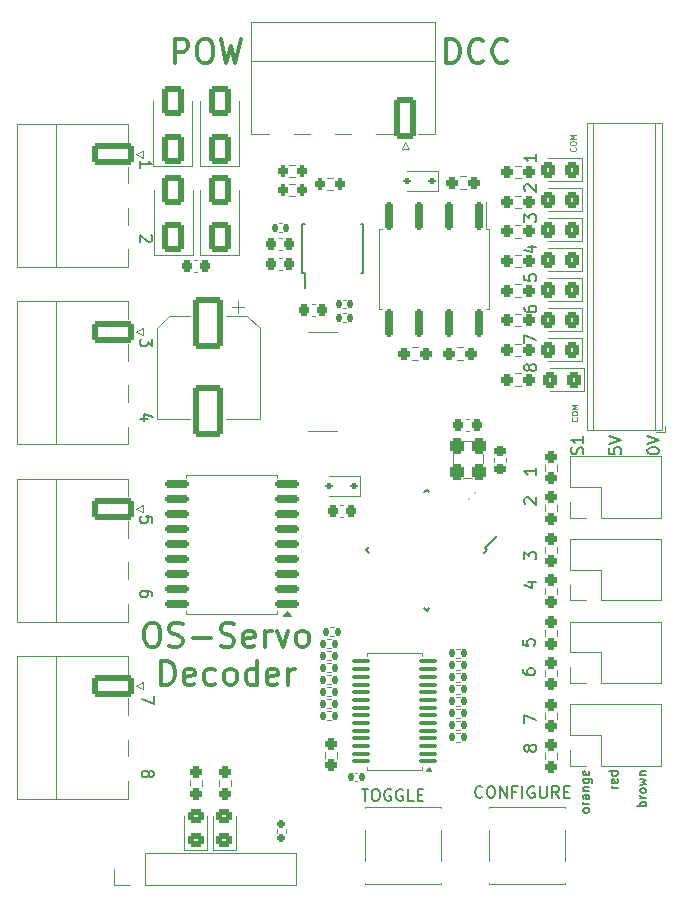
<source format=gbr>
%TF.GenerationSoftware,KiCad,Pcbnew,8.0.8*%
%TF.CreationDate,2025-06-27T13:45:21+02:00*%
%TF.ProjectId,OS-servo-decoder-8,4f532d73-6572-4766-9f2d-6465636f6465,rev?*%
%TF.SameCoordinates,Original*%
%TF.FileFunction,Legend,Top*%
%TF.FilePolarity,Positive*%
%FSLAX46Y46*%
G04 Gerber Fmt 4.6, Leading zero omitted, Abs format (unit mm)*
G04 Created by KiCad (PCBNEW 8.0.8) date 2025-06-27 13:45:21*
%MOMM*%
%LPD*%
G01*
G04 APERTURE LIST*
G04 Aperture macros list*
%AMRoundRect*
0 Rectangle with rounded corners*
0 $1 Rounding radius*
0 $2 $3 $4 $5 $6 $7 $8 $9 X,Y pos of 4 corners*
0 Add a 4 corners polygon primitive as box body*
4,1,4,$2,$3,$4,$5,$6,$7,$8,$9,$2,$3,0*
0 Add four circle primitives for the rounded corners*
1,1,$1+$1,$2,$3*
1,1,$1+$1,$4,$5*
1,1,$1+$1,$6,$7*
1,1,$1+$1,$8,$9*
0 Add four rect primitives between the rounded corners*
20,1,$1+$1,$2,$3,$4,$5,0*
20,1,$1+$1,$4,$5,$6,$7,0*
20,1,$1+$1,$6,$7,$8,$9,0*
20,1,$1+$1,$8,$9,$2,$3,0*%
%AMRotRect*
0 Rectangle, with rotation*
0 The origin of the aperture is its center*
0 $1 length*
0 $2 width*
0 $3 Rotation angle, in degrees counterclockwise*
0 Add horizontal line*
21,1,$1,$2,0,0,$3*%
G04 Aperture macros list end*
%ADD10C,0.150000*%
%ADD11C,0.075000*%
%ADD12C,0.300000*%
%ADD13C,0.120000*%
%ADD14RoundRect,0.237500X-0.250000X-0.237500X0.250000X-0.237500X0.250000X0.237500X-0.250000X0.237500X0*%
%ADD15RoundRect,0.250000X0.325000X0.450000X-0.325000X0.450000X-0.325000X-0.450000X0.325000X-0.450000X0*%
%ADD16R,1.700000X1.700000*%
%ADD17O,1.700000X1.700000*%
%ADD18RoundRect,0.140000X0.140000X0.170000X-0.140000X0.170000X-0.140000X-0.170000X0.140000X-0.170000X0*%
%ADD19RoundRect,0.237500X0.250000X0.237500X-0.250000X0.237500X-0.250000X-0.237500X0.250000X-0.237500X0*%
%ADD20R,0.610000X1.910000*%
%ADD21R,1.550000X1.205000*%
%ADD22RoundRect,0.225000X-0.225000X-0.250000X0.225000X-0.250000X0.225000X0.250000X-0.225000X0.250000X0*%
%ADD23RoundRect,0.250000X0.450000X-0.325000X0.450000X0.325000X-0.450000X0.325000X-0.450000X-0.325000X0*%
%ADD24RoundRect,0.135000X-0.135000X-0.185000X0.135000X-0.185000X0.135000X0.185000X-0.135000X0.185000X0*%
%ADD25R,1.550000X1.300000*%
%ADD26RoundRect,0.250000X-1.550000X0.650000X-1.550000X-0.650000X1.550000X-0.650000X1.550000X0.650000X0*%
%ADD27O,3.600000X1.800000*%
%ADD28RoundRect,0.140000X-0.219203X-0.021213X-0.021213X-0.219203X0.219203X0.021213X0.021213X0.219203X0*%
%ADD29RoundRect,0.237500X0.237500X-0.250000X0.237500X0.250000X-0.237500X0.250000X-0.237500X-0.250000X0*%
%ADD30RoundRect,0.237500X-0.237500X0.250000X-0.237500X-0.250000X0.237500X-0.250000X0.237500X0.250000X0*%
%ADD31RoundRect,0.135000X0.135000X0.185000X-0.135000X0.185000X-0.135000X-0.185000X0.135000X-0.185000X0*%
%ADD32C,3.200000*%
%ADD33RoundRect,0.200000X0.200000X0.275000X-0.200000X0.275000X-0.200000X-0.275000X0.200000X-0.275000X0*%
%ADD34RoundRect,0.160000X0.160000X-0.197500X0.160000X0.197500X-0.160000X0.197500X-0.160000X-0.197500X0*%
%ADD35R,2.200000X2.200000*%
%ADD36C,2.200000*%
%ADD37RoundRect,0.225000X-0.250000X0.225000X-0.250000X-0.225000X0.250000X-0.225000X0.250000X0.225000X0*%
%ADD38RoundRect,0.162500X-0.162500X1.012500X-0.162500X-1.012500X0.162500X-1.012500X0.162500X1.012500X0*%
%ADD39RoundRect,0.200000X-0.200000X-0.275000X0.200000X-0.275000X0.200000X0.275000X-0.200000X0.275000X0*%
%ADD40RoundRect,0.225000X0.225000X0.250000X-0.225000X0.250000X-0.225000X-0.250000X0.225000X-0.250000X0*%
%ADD41RotRect,1.600000X0.550000X225.000000*%
%ADD42RotRect,1.600000X0.550000X315.000000*%
%ADD43RoundRect,0.250000X0.650000X-1.000000X0.650000X1.000000X-0.650000X1.000000X-0.650000X-1.000000X0*%
%ADD44RoundRect,0.150000X0.875000X0.150000X-0.875000X0.150000X-0.875000X-0.150000X0.875000X-0.150000X0*%
%ADD45RoundRect,0.112500X0.187500X0.112500X-0.187500X0.112500X-0.187500X-0.112500X0.187500X-0.112500X0*%
%ADD46RoundRect,0.300000X0.300000X-0.400000X0.300000X0.400000X-0.300000X0.400000X-0.300000X-0.400000X0*%
%ADD47RoundRect,0.100000X0.637500X0.100000X-0.637500X0.100000X-0.637500X-0.100000X0.637500X-0.100000X0*%
%ADD48RoundRect,0.250000X0.650000X1.550000X-0.650000X1.550000X-0.650000X-1.550000X0.650000X-1.550000X0*%
%ADD49O,1.800000X3.600000*%
%ADD50RoundRect,0.140000X-0.140000X-0.170000X0.140000X-0.170000X0.140000X0.170000X-0.140000X0.170000X0*%
%ADD51R,2.600000X8.200000*%
%ADD52RoundRect,0.250000X-1.000000X1.950000X-1.000000X-1.950000X1.000000X-1.950000X1.000000X1.950000X0*%
G04 APERTURE END LIST*
D10*
X136156819Y-155606619D02*
X136156819Y-155797095D01*
X136156819Y-155797095D02*
X136204438Y-155892333D01*
X136204438Y-155892333D02*
X136252057Y-155939952D01*
X136252057Y-155939952D02*
X136394914Y-156035190D01*
X136394914Y-156035190D02*
X136585390Y-156082809D01*
X136585390Y-156082809D02*
X136966342Y-156082809D01*
X136966342Y-156082809D02*
X137061580Y-156035190D01*
X137061580Y-156035190D02*
X137109200Y-155987571D01*
X137109200Y-155987571D02*
X137156819Y-155892333D01*
X137156819Y-155892333D02*
X137156819Y-155701857D01*
X137156819Y-155701857D02*
X137109200Y-155606619D01*
X137109200Y-155606619D02*
X137061580Y-155559000D01*
X137061580Y-155559000D02*
X136966342Y-155511381D01*
X136966342Y-155511381D02*
X136728247Y-155511381D01*
X136728247Y-155511381D02*
X136633009Y-155559000D01*
X136633009Y-155559000D02*
X136585390Y-155606619D01*
X136585390Y-155606619D02*
X136537771Y-155701857D01*
X136537771Y-155701857D02*
X136537771Y-155892333D01*
X136537771Y-155892333D02*
X136585390Y-155987571D01*
X136585390Y-155987571D02*
X136633009Y-156035190D01*
X136633009Y-156035190D02*
X136728247Y-156082809D01*
X136156819Y-153082809D02*
X136156819Y-153558999D01*
X136156819Y-153558999D02*
X136633009Y-153606618D01*
X136633009Y-153606618D02*
X136585390Y-153558999D01*
X136585390Y-153558999D02*
X136537771Y-153463761D01*
X136537771Y-153463761D02*
X136537771Y-153225666D01*
X136537771Y-153225666D02*
X136585390Y-153130428D01*
X136585390Y-153130428D02*
X136633009Y-153082809D01*
X136633009Y-153082809D02*
X136728247Y-153035190D01*
X136728247Y-153035190D02*
X136966342Y-153035190D01*
X136966342Y-153035190D02*
X137061580Y-153082809D01*
X137061580Y-153082809D02*
X137109200Y-153130428D01*
X137109200Y-153130428D02*
X137156819Y-153225666D01*
X137156819Y-153225666D02*
X137156819Y-153463761D01*
X137156819Y-153463761D02*
X137109200Y-153558999D01*
X137109200Y-153558999D02*
X137061580Y-153606618D01*
X136712390Y-162369333D02*
X136664771Y-162464571D01*
X136664771Y-162464571D02*
X136617152Y-162512190D01*
X136617152Y-162512190D02*
X136521914Y-162559809D01*
X136521914Y-162559809D02*
X136474295Y-162559809D01*
X136474295Y-162559809D02*
X136379057Y-162512190D01*
X136379057Y-162512190D02*
X136331438Y-162464571D01*
X136331438Y-162464571D02*
X136283819Y-162369333D01*
X136283819Y-162369333D02*
X136283819Y-162178857D01*
X136283819Y-162178857D02*
X136331438Y-162083619D01*
X136331438Y-162083619D02*
X136379057Y-162036000D01*
X136379057Y-162036000D02*
X136474295Y-161988381D01*
X136474295Y-161988381D02*
X136521914Y-161988381D01*
X136521914Y-161988381D02*
X136617152Y-162036000D01*
X136617152Y-162036000D02*
X136664771Y-162083619D01*
X136664771Y-162083619D02*
X136712390Y-162178857D01*
X136712390Y-162178857D02*
X136712390Y-162369333D01*
X136712390Y-162369333D02*
X136760009Y-162464571D01*
X136760009Y-162464571D02*
X136807628Y-162512190D01*
X136807628Y-162512190D02*
X136902866Y-162559809D01*
X136902866Y-162559809D02*
X137093342Y-162559809D01*
X137093342Y-162559809D02*
X137188580Y-162512190D01*
X137188580Y-162512190D02*
X137236200Y-162464571D01*
X137236200Y-162464571D02*
X137283819Y-162369333D01*
X137283819Y-162369333D02*
X137283819Y-162178857D01*
X137283819Y-162178857D02*
X137236200Y-162083619D01*
X137236200Y-162083619D02*
X137188580Y-162036000D01*
X137188580Y-162036000D02*
X137093342Y-161988381D01*
X137093342Y-161988381D02*
X136902866Y-161988381D01*
X136902866Y-161988381D02*
X136807628Y-162036000D01*
X136807628Y-162036000D02*
X136760009Y-162083619D01*
X136760009Y-162083619D02*
X136712390Y-162178857D01*
X136283819Y-160131237D02*
X136283819Y-159464571D01*
X136283819Y-159464571D02*
X137283819Y-159893142D01*
X136283819Y-127968332D02*
X136283819Y-127301666D01*
X136283819Y-127301666D02*
X137283819Y-127730237D01*
X104762180Y-143179969D02*
X104762180Y-142703779D01*
X104762180Y-142703779D02*
X104285990Y-142656160D01*
X104285990Y-142656160D02*
X104333609Y-142703779D01*
X104333609Y-142703779D02*
X104381228Y-142799017D01*
X104381228Y-142799017D02*
X104381228Y-143037112D01*
X104381228Y-143037112D02*
X104333609Y-143132350D01*
X104333609Y-143132350D02*
X104285990Y-143179969D01*
X104285990Y-143179969D02*
X104190752Y-143227588D01*
X104190752Y-143227588D02*
X103952657Y-143227588D01*
X103952657Y-143227588D02*
X103857419Y-143179969D01*
X103857419Y-143179969D02*
X103809800Y-143132350D01*
X103809800Y-143132350D02*
X103762180Y-143037112D01*
X103762180Y-143037112D02*
X103762180Y-142799017D01*
X103762180Y-142799017D02*
X103809800Y-142703779D01*
X103809800Y-142703779D02*
X103857419Y-142656160D01*
X104762180Y-149418066D02*
X104762180Y-149227590D01*
X104762180Y-149227590D02*
X104714561Y-149132352D01*
X104714561Y-149132352D02*
X104666942Y-149084733D01*
X104666942Y-149084733D02*
X104524085Y-148989495D01*
X104524085Y-148989495D02*
X104333609Y-148941876D01*
X104333609Y-148941876D02*
X103952657Y-148941876D01*
X103952657Y-148941876D02*
X103857419Y-148989495D01*
X103857419Y-148989495D02*
X103809800Y-149037114D01*
X103809800Y-149037114D02*
X103762180Y-149132352D01*
X103762180Y-149132352D02*
X103762180Y-149322828D01*
X103762180Y-149322828D02*
X103809800Y-149418066D01*
X103809800Y-149418066D02*
X103857419Y-149465685D01*
X103857419Y-149465685D02*
X103952657Y-149513304D01*
X103952657Y-149513304D02*
X104190752Y-149513304D01*
X104190752Y-149513304D02*
X104285990Y-149465685D01*
X104285990Y-149465685D02*
X104333609Y-149418066D01*
X104333609Y-149418066D02*
X104381228Y-149322828D01*
X104381228Y-149322828D02*
X104381228Y-149132352D01*
X104381228Y-149132352D02*
X104333609Y-149037114D01*
X104333609Y-149037114D02*
X104285990Y-148989495D01*
X104285990Y-148989495D02*
X104190752Y-148941876D01*
D11*
X140730290Y-134266714D02*
X140754100Y-134290523D01*
X140754100Y-134290523D02*
X140777909Y-134361952D01*
X140777909Y-134361952D02*
X140777909Y-134409571D01*
X140777909Y-134409571D02*
X140754100Y-134480999D01*
X140754100Y-134480999D02*
X140706480Y-134528618D01*
X140706480Y-134528618D02*
X140658861Y-134552428D01*
X140658861Y-134552428D02*
X140563623Y-134576237D01*
X140563623Y-134576237D02*
X140492195Y-134576237D01*
X140492195Y-134576237D02*
X140396957Y-134552428D01*
X140396957Y-134552428D02*
X140349338Y-134528618D01*
X140349338Y-134528618D02*
X140301719Y-134480999D01*
X140301719Y-134480999D02*
X140277909Y-134409571D01*
X140277909Y-134409571D02*
X140277909Y-134361952D01*
X140277909Y-134361952D02*
X140301719Y-134290523D01*
X140301719Y-134290523D02*
X140325528Y-134266714D01*
X140277909Y-133957190D02*
X140277909Y-133861952D01*
X140277909Y-133861952D02*
X140301719Y-133814333D01*
X140301719Y-133814333D02*
X140349338Y-133766714D01*
X140349338Y-133766714D02*
X140444576Y-133742904D01*
X140444576Y-133742904D02*
X140611242Y-133742904D01*
X140611242Y-133742904D02*
X140706480Y-133766714D01*
X140706480Y-133766714D02*
X140754100Y-133814333D01*
X140754100Y-133814333D02*
X140777909Y-133861952D01*
X140777909Y-133861952D02*
X140777909Y-133957190D01*
X140777909Y-133957190D02*
X140754100Y-134004809D01*
X140754100Y-134004809D02*
X140706480Y-134052428D01*
X140706480Y-134052428D02*
X140611242Y-134076237D01*
X140611242Y-134076237D02*
X140444576Y-134076237D01*
X140444576Y-134076237D02*
X140349338Y-134052428D01*
X140349338Y-134052428D02*
X140301719Y-134004809D01*
X140301719Y-134004809D02*
X140277909Y-133957190D01*
X140777909Y-133528618D02*
X140277909Y-133528618D01*
X140277909Y-133528618D02*
X140635052Y-133361951D01*
X140635052Y-133361951D02*
X140277909Y-133195285D01*
X140277909Y-133195285D02*
X140777909Y-133195285D01*
D10*
X122494922Y-165747819D02*
X123066350Y-165747819D01*
X122780636Y-166747819D02*
X122780636Y-165747819D01*
X123590160Y-165747819D02*
X123780636Y-165747819D01*
X123780636Y-165747819D02*
X123875874Y-165795438D01*
X123875874Y-165795438D02*
X123971112Y-165890676D01*
X123971112Y-165890676D02*
X124018731Y-166081152D01*
X124018731Y-166081152D02*
X124018731Y-166414485D01*
X124018731Y-166414485D02*
X123971112Y-166604961D01*
X123971112Y-166604961D02*
X123875874Y-166700200D01*
X123875874Y-166700200D02*
X123780636Y-166747819D01*
X123780636Y-166747819D02*
X123590160Y-166747819D01*
X123590160Y-166747819D02*
X123494922Y-166700200D01*
X123494922Y-166700200D02*
X123399684Y-166604961D01*
X123399684Y-166604961D02*
X123352065Y-166414485D01*
X123352065Y-166414485D02*
X123352065Y-166081152D01*
X123352065Y-166081152D02*
X123399684Y-165890676D01*
X123399684Y-165890676D02*
X123494922Y-165795438D01*
X123494922Y-165795438D02*
X123590160Y-165747819D01*
X124971112Y-165795438D02*
X124875874Y-165747819D01*
X124875874Y-165747819D02*
X124733017Y-165747819D01*
X124733017Y-165747819D02*
X124590160Y-165795438D01*
X124590160Y-165795438D02*
X124494922Y-165890676D01*
X124494922Y-165890676D02*
X124447303Y-165985914D01*
X124447303Y-165985914D02*
X124399684Y-166176390D01*
X124399684Y-166176390D02*
X124399684Y-166319247D01*
X124399684Y-166319247D02*
X124447303Y-166509723D01*
X124447303Y-166509723D02*
X124494922Y-166604961D01*
X124494922Y-166604961D02*
X124590160Y-166700200D01*
X124590160Y-166700200D02*
X124733017Y-166747819D01*
X124733017Y-166747819D02*
X124828255Y-166747819D01*
X124828255Y-166747819D02*
X124971112Y-166700200D01*
X124971112Y-166700200D02*
X125018731Y-166652580D01*
X125018731Y-166652580D02*
X125018731Y-166319247D01*
X125018731Y-166319247D02*
X124828255Y-166319247D01*
X125971112Y-165795438D02*
X125875874Y-165747819D01*
X125875874Y-165747819D02*
X125733017Y-165747819D01*
X125733017Y-165747819D02*
X125590160Y-165795438D01*
X125590160Y-165795438D02*
X125494922Y-165890676D01*
X125494922Y-165890676D02*
X125447303Y-165985914D01*
X125447303Y-165985914D02*
X125399684Y-166176390D01*
X125399684Y-166176390D02*
X125399684Y-166319247D01*
X125399684Y-166319247D02*
X125447303Y-166509723D01*
X125447303Y-166509723D02*
X125494922Y-166604961D01*
X125494922Y-166604961D02*
X125590160Y-166700200D01*
X125590160Y-166700200D02*
X125733017Y-166747819D01*
X125733017Y-166747819D02*
X125828255Y-166747819D01*
X125828255Y-166747819D02*
X125971112Y-166700200D01*
X125971112Y-166700200D02*
X126018731Y-166652580D01*
X126018731Y-166652580D02*
X126018731Y-166319247D01*
X126018731Y-166319247D02*
X125828255Y-166319247D01*
X126923493Y-166747819D02*
X126447303Y-166747819D01*
X126447303Y-166747819D02*
X126447303Y-165747819D01*
X127256827Y-166224009D02*
X127590160Y-166224009D01*
X127733017Y-166747819D02*
X127256827Y-166747819D01*
X127256827Y-166747819D02*
X127256827Y-165747819D01*
X127256827Y-165747819D02*
X127733017Y-165747819D01*
D12*
X129673558Y-104239638D02*
X129673558Y-102239638D01*
X129673558Y-102239638D02*
X130149748Y-102239638D01*
X130149748Y-102239638D02*
X130435463Y-102334876D01*
X130435463Y-102334876D02*
X130625939Y-102525352D01*
X130625939Y-102525352D02*
X130721177Y-102715828D01*
X130721177Y-102715828D02*
X130816415Y-103096780D01*
X130816415Y-103096780D02*
X130816415Y-103382495D01*
X130816415Y-103382495D02*
X130721177Y-103763447D01*
X130721177Y-103763447D02*
X130625939Y-103953923D01*
X130625939Y-103953923D02*
X130435463Y-104144400D01*
X130435463Y-104144400D02*
X130149748Y-104239638D01*
X130149748Y-104239638D02*
X129673558Y-104239638D01*
X132816415Y-104049161D02*
X132721177Y-104144400D01*
X132721177Y-104144400D02*
X132435463Y-104239638D01*
X132435463Y-104239638D02*
X132244987Y-104239638D01*
X132244987Y-104239638D02*
X131959272Y-104144400D01*
X131959272Y-104144400D02*
X131768796Y-103953923D01*
X131768796Y-103953923D02*
X131673558Y-103763447D01*
X131673558Y-103763447D02*
X131578320Y-103382495D01*
X131578320Y-103382495D02*
X131578320Y-103096780D01*
X131578320Y-103096780D02*
X131673558Y-102715828D01*
X131673558Y-102715828D02*
X131768796Y-102525352D01*
X131768796Y-102525352D02*
X131959272Y-102334876D01*
X131959272Y-102334876D02*
X132244987Y-102239638D01*
X132244987Y-102239638D02*
X132435463Y-102239638D01*
X132435463Y-102239638D02*
X132721177Y-102334876D01*
X132721177Y-102334876D02*
X132816415Y-102430114D01*
X134816415Y-104049161D02*
X134721177Y-104144400D01*
X134721177Y-104144400D02*
X134435463Y-104239638D01*
X134435463Y-104239638D02*
X134244987Y-104239638D01*
X134244987Y-104239638D02*
X133959272Y-104144400D01*
X133959272Y-104144400D02*
X133768796Y-103953923D01*
X133768796Y-103953923D02*
X133673558Y-103763447D01*
X133673558Y-103763447D02*
X133578320Y-103382495D01*
X133578320Y-103382495D02*
X133578320Y-103096780D01*
X133578320Y-103096780D02*
X133673558Y-102715828D01*
X133673558Y-102715828D02*
X133768796Y-102525352D01*
X133768796Y-102525352D02*
X133959272Y-102334876D01*
X133959272Y-102334876D02*
X134244987Y-102239638D01*
X134244987Y-102239638D02*
X134435463Y-102239638D01*
X134435463Y-102239638D02*
X134721177Y-102334876D01*
X134721177Y-102334876D02*
X134816415Y-102430114D01*
D10*
X136379057Y-141604809D02*
X136331438Y-141557190D01*
X136331438Y-141557190D02*
X136283819Y-141461952D01*
X136283819Y-141461952D02*
X136283819Y-141223857D01*
X136283819Y-141223857D02*
X136331438Y-141128619D01*
X136331438Y-141128619D02*
X136379057Y-141081000D01*
X136379057Y-141081000D02*
X136474295Y-141033381D01*
X136474295Y-141033381D02*
X136569533Y-141033381D01*
X136569533Y-141033381D02*
X136712390Y-141081000D01*
X136712390Y-141081000D02*
X137283819Y-141652428D01*
X137283819Y-141652428D02*
X137283819Y-141033381D01*
X137283819Y-138557190D02*
X137283819Y-139128618D01*
X137283819Y-138842904D02*
X136283819Y-138842904D01*
X136283819Y-138842904D02*
X136426676Y-138938142D01*
X136426676Y-138938142D02*
X136521914Y-139033380D01*
X136521914Y-139033380D02*
X136569533Y-139128618D01*
X104889180Y-157848541D02*
X104889180Y-158515207D01*
X104889180Y-158515207D02*
X103889180Y-158086636D01*
X104460609Y-164372352D02*
X104508228Y-164277114D01*
X104508228Y-164277114D02*
X104555847Y-164229495D01*
X104555847Y-164229495D02*
X104651085Y-164181876D01*
X104651085Y-164181876D02*
X104698704Y-164181876D01*
X104698704Y-164181876D02*
X104793942Y-164229495D01*
X104793942Y-164229495D02*
X104841561Y-164277114D01*
X104841561Y-164277114D02*
X104889180Y-164372352D01*
X104889180Y-164372352D02*
X104889180Y-164562828D01*
X104889180Y-164562828D02*
X104841561Y-164658066D01*
X104841561Y-164658066D02*
X104793942Y-164705685D01*
X104793942Y-164705685D02*
X104698704Y-164753304D01*
X104698704Y-164753304D02*
X104651085Y-164753304D01*
X104651085Y-164753304D02*
X104555847Y-164705685D01*
X104555847Y-164705685D02*
X104508228Y-164658066D01*
X104508228Y-164658066D02*
X104460609Y-164562828D01*
X104460609Y-164562828D02*
X104460609Y-164372352D01*
X104460609Y-164372352D02*
X104412990Y-164277114D01*
X104412990Y-164277114D02*
X104365371Y-164229495D01*
X104365371Y-164229495D02*
X104270133Y-164181876D01*
X104270133Y-164181876D02*
X104079657Y-164181876D01*
X104079657Y-164181876D02*
X103984419Y-164229495D01*
X103984419Y-164229495D02*
X103936800Y-164277114D01*
X103936800Y-164277114D02*
X103889180Y-164372352D01*
X103889180Y-164372352D02*
X103889180Y-164562828D01*
X103889180Y-164562828D02*
X103936800Y-164658066D01*
X103936800Y-164658066D02*
X103984419Y-164705685D01*
X103984419Y-164705685D02*
X104079657Y-164753304D01*
X104079657Y-164753304D02*
X104270133Y-164753304D01*
X104270133Y-164753304D02*
X104365371Y-164705685D01*
X104365371Y-164705685D02*
X104412990Y-164658066D01*
X104412990Y-164658066D02*
X104460609Y-164562828D01*
X136283819Y-117681332D02*
X136283819Y-117062285D01*
X136283819Y-117062285D02*
X136664771Y-117395618D01*
X136664771Y-117395618D02*
X136664771Y-117252761D01*
X136664771Y-117252761D02*
X136712390Y-117157523D01*
X136712390Y-117157523D02*
X136760009Y-117109904D01*
X136760009Y-117109904D02*
X136855247Y-117062285D01*
X136855247Y-117062285D02*
X137093342Y-117062285D01*
X137093342Y-117062285D02*
X137188580Y-117109904D01*
X137188580Y-117109904D02*
X137236200Y-117157523D01*
X137236200Y-117157523D02*
X137283819Y-117252761D01*
X137283819Y-117252761D02*
X137283819Y-117538475D01*
X137283819Y-117538475D02*
X137236200Y-117633713D01*
X137236200Y-117633713D02*
X137188580Y-117681332D01*
X136617152Y-148240619D02*
X137283819Y-148240619D01*
X136236200Y-148478714D02*
X136950485Y-148716809D01*
X136950485Y-148716809D02*
X136950485Y-148097762D01*
X136283819Y-146288237D02*
X136283819Y-145669190D01*
X136283819Y-145669190D02*
X136664771Y-146002523D01*
X136664771Y-146002523D02*
X136664771Y-145859666D01*
X136664771Y-145859666D02*
X136712390Y-145764428D01*
X136712390Y-145764428D02*
X136760009Y-145716809D01*
X136760009Y-145716809D02*
X136855247Y-145669190D01*
X136855247Y-145669190D02*
X137093342Y-145669190D01*
X137093342Y-145669190D02*
X137188580Y-145716809D01*
X137188580Y-145716809D02*
X137236200Y-145764428D01*
X137236200Y-145764428D02*
X137283819Y-145859666D01*
X137283819Y-145859666D02*
X137283819Y-146145380D01*
X137283819Y-146145380D02*
X137236200Y-146240618D01*
X137236200Y-146240618D02*
X137188580Y-146288237D01*
X141755582Y-167591396D02*
X141719868Y-167662825D01*
X141719868Y-167662825D02*
X141684153Y-167698539D01*
X141684153Y-167698539D02*
X141612725Y-167734253D01*
X141612725Y-167734253D02*
X141398439Y-167734253D01*
X141398439Y-167734253D02*
X141327010Y-167698539D01*
X141327010Y-167698539D02*
X141291296Y-167662825D01*
X141291296Y-167662825D02*
X141255582Y-167591396D01*
X141255582Y-167591396D02*
X141255582Y-167484253D01*
X141255582Y-167484253D02*
X141291296Y-167412825D01*
X141291296Y-167412825D02*
X141327010Y-167377111D01*
X141327010Y-167377111D02*
X141398439Y-167341396D01*
X141398439Y-167341396D02*
X141612725Y-167341396D01*
X141612725Y-167341396D02*
X141684153Y-167377111D01*
X141684153Y-167377111D02*
X141719868Y-167412825D01*
X141719868Y-167412825D02*
X141755582Y-167484253D01*
X141755582Y-167484253D02*
X141755582Y-167591396D01*
X141755582Y-167019968D02*
X141255582Y-167019968D01*
X141398439Y-167019968D02*
X141327010Y-166984254D01*
X141327010Y-166984254D02*
X141291296Y-166948540D01*
X141291296Y-166948540D02*
X141255582Y-166877111D01*
X141255582Y-166877111D02*
X141255582Y-166805682D01*
X141755582Y-166234254D02*
X141362725Y-166234254D01*
X141362725Y-166234254D02*
X141291296Y-166269968D01*
X141291296Y-166269968D02*
X141255582Y-166341396D01*
X141255582Y-166341396D02*
X141255582Y-166484254D01*
X141255582Y-166484254D02*
X141291296Y-166555682D01*
X141719868Y-166234254D02*
X141755582Y-166305682D01*
X141755582Y-166305682D02*
X141755582Y-166484254D01*
X141755582Y-166484254D02*
X141719868Y-166555682D01*
X141719868Y-166555682D02*
X141648439Y-166591396D01*
X141648439Y-166591396D02*
X141577010Y-166591396D01*
X141577010Y-166591396D02*
X141505582Y-166555682D01*
X141505582Y-166555682D02*
X141469868Y-166484254D01*
X141469868Y-166484254D02*
X141469868Y-166305682D01*
X141469868Y-166305682D02*
X141434153Y-166234254D01*
X141255582Y-165877111D02*
X141755582Y-165877111D01*
X141327010Y-165877111D02*
X141291296Y-165841397D01*
X141291296Y-165841397D02*
X141255582Y-165769968D01*
X141255582Y-165769968D02*
X141255582Y-165662825D01*
X141255582Y-165662825D02*
X141291296Y-165591397D01*
X141291296Y-165591397D02*
X141362725Y-165555683D01*
X141362725Y-165555683D02*
X141755582Y-165555683D01*
X141255582Y-164877112D02*
X141862725Y-164877112D01*
X141862725Y-164877112D02*
X141934153Y-164912826D01*
X141934153Y-164912826D02*
X141969868Y-164948540D01*
X141969868Y-164948540D02*
X142005582Y-165019969D01*
X142005582Y-165019969D02*
X142005582Y-165127112D01*
X142005582Y-165127112D02*
X141969868Y-165198540D01*
X141719868Y-164877112D02*
X141755582Y-164948540D01*
X141755582Y-164948540D02*
X141755582Y-165091397D01*
X141755582Y-165091397D02*
X141719868Y-165162826D01*
X141719868Y-165162826D02*
X141684153Y-165198540D01*
X141684153Y-165198540D02*
X141612725Y-165234254D01*
X141612725Y-165234254D02*
X141398439Y-165234254D01*
X141398439Y-165234254D02*
X141327010Y-165198540D01*
X141327010Y-165198540D02*
X141291296Y-165162826D01*
X141291296Y-165162826D02*
X141255582Y-165091397D01*
X141255582Y-165091397D02*
X141255582Y-164948540D01*
X141255582Y-164948540D02*
X141291296Y-164877112D01*
X141719868Y-164234255D02*
X141755582Y-164305683D01*
X141755582Y-164305683D02*
X141755582Y-164448541D01*
X141755582Y-164448541D02*
X141719868Y-164519969D01*
X141719868Y-164519969D02*
X141648439Y-164555683D01*
X141648439Y-164555683D02*
X141362725Y-164555683D01*
X141362725Y-164555683D02*
X141291296Y-164519969D01*
X141291296Y-164519969D02*
X141255582Y-164448541D01*
X141255582Y-164448541D02*
X141255582Y-164305683D01*
X141255582Y-164305683D02*
X141291296Y-164234255D01*
X141291296Y-164234255D02*
X141362725Y-164198541D01*
X141362725Y-164198541D02*
X141434153Y-164198541D01*
X141434153Y-164198541D02*
X141505582Y-164555683D01*
X144170498Y-165662826D02*
X143670498Y-165662826D01*
X143813355Y-165662826D02*
X143741926Y-165627112D01*
X143741926Y-165627112D02*
X143706212Y-165591398D01*
X143706212Y-165591398D02*
X143670498Y-165519969D01*
X143670498Y-165519969D02*
X143670498Y-165448540D01*
X144134784Y-164912826D02*
X144170498Y-164984254D01*
X144170498Y-164984254D02*
X144170498Y-165127112D01*
X144170498Y-165127112D02*
X144134784Y-165198540D01*
X144134784Y-165198540D02*
X144063355Y-165234254D01*
X144063355Y-165234254D02*
X143777641Y-165234254D01*
X143777641Y-165234254D02*
X143706212Y-165198540D01*
X143706212Y-165198540D02*
X143670498Y-165127112D01*
X143670498Y-165127112D02*
X143670498Y-164984254D01*
X143670498Y-164984254D02*
X143706212Y-164912826D01*
X143706212Y-164912826D02*
X143777641Y-164877112D01*
X143777641Y-164877112D02*
X143849069Y-164877112D01*
X143849069Y-164877112D02*
X143920498Y-165234254D01*
X144170498Y-164234255D02*
X143420498Y-164234255D01*
X144134784Y-164234255D02*
X144170498Y-164305683D01*
X144170498Y-164305683D02*
X144170498Y-164448540D01*
X144170498Y-164448540D02*
X144134784Y-164519969D01*
X144134784Y-164519969D02*
X144099069Y-164555683D01*
X144099069Y-164555683D02*
X144027641Y-164591397D01*
X144027641Y-164591397D02*
X143813355Y-164591397D01*
X143813355Y-164591397D02*
X143741926Y-164555683D01*
X143741926Y-164555683D02*
X143706212Y-164519969D01*
X143706212Y-164519969D02*
X143670498Y-164448540D01*
X143670498Y-164448540D02*
X143670498Y-164305683D01*
X143670498Y-164305683D02*
X143706212Y-164234255D01*
X146585414Y-167162825D02*
X145835414Y-167162825D01*
X146121128Y-167162825D02*
X146085414Y-167091397D01*
X146085414Y-167091397D02*
X146085414Y-166948539D01*
X146085414Y-166948539D02*
X146121128Y-166877111D01*
X146121128Y-166877111D02*
X146156842Y-166841397D01*
X146156842Y-166841397D02*
X146228271Y-166805682D01*
X146228271Y-166805682D02*
X146442557Y-166805682D01*
X146442557Y-166805682D02*
X146513985Y-166841397D01*
X146513985Y-166841397D02*
X146549700Y-166877111D01*
X146549700Y-166877111D02*
X146585414Y-166948539D01*
X146585414Y-166948539D02*
X146585414Y-167091397D01*
X146585414Y-167091397D02*
X146549700Y-167162825D01*
X146585414Y-166484254D02*
X146085414Y-166484254D01*
X146228271Y-166484254D02*
X146156842Y-166448540D01*
X146156842Y-166448540D02*
X146121128Y-166412826D01*
X146121128Y-166412826D02*
X146085414Y-166341397D01*
X146085414Y-166341397D02*
X146085414Y-166269968D01*
X146585414Y-165912825D02*
X146549700Y-165984254D01*
X146549700Y-165984254D02*
X146513985Y-166019968D01*
X146513985Y-166019968D02*
X146442557Y-166055682D01*
X146442557Y-166055682D02*
X146228271Y-166055682D01*
X146228271Y-166055682D02*
X146156842Y-166019968D01*
X146156842Y-166019968D02*
X146121128Y-165984254D01*
X146121128Y-165984254D02*
X146085414Y-165912825D01*
X146085414Y-165912825D02*
X146085414Y-165805682D01*
X146085414Y-165805682D02*
X146121128Y-165734254D01*
X146121128Y-165734254D02*
X146156842Y-165698540D01*
X146156842Y-165698540D02*
X146228271Y-165662825D01*
X146228271Y-165662825D02*
X146442557Y-165662825D01*
X146442557Y-165662825D02*
X146513985Y-165698540D01*
X146513985Y-165698540D02*
X146549700Y-165734254D01*
X146549700Y-165734254D02*
X146585414Y-165805682D01*
X146585414Y-165805682D02*
X146585414Y-165912825D01*
X146085414Y-165412826D02*
X146585414Y-165269969D01*
X146585414Y-165269969D02*
X146228271Y-165127111D01*
X146228271Y-165127111D02*
X146585414Y-164984254D01*
X146585414Y-164984254D02*
X146085414Y-164841397D01*
X146085414Y-164555683D02*
X146585414Y-164555683D01*
X146156842Y-164555683D02*
X146121128Y-164519969D01*
X146121128Y-164519969D02*
X146085414Y-164448540D01*
X146085414Y-164448540D02*
X146085414Y-164341397D01*
X146085414Y-164341397D02*
X146121128Y-164269969D01*
X146121128Y-164269969D02*
X146192557Y-164234255D01*
X146192557Y-164234255D02*
X146585414Y-164234255D01*
X137283819Y-111982285D02*
X137283819Y-112553713D01*
X137283819Y-112267999D02*
X136283819Y-112267999D01*
X136283819Y-112267999D02*
X136426676Y-112363237D01*
X136426676Y-112363237D02*
X136521914Y-112458475D01*
X136521914Y-112458475D02*
X136569533Y-112553713D01*
X136712390Y-130143237D02*
X136664771Y-130238475D01*
X136664771Y-130238475D02*
X136617152Y-130286094D01*
X136617152Y-130286094D02*
X136521914Y-130333713D01*
X136521914Y-130333713D02*
X136474295Y-130333713D01*
X136474295Y-130333713D02*
X136379057Y-130286094D01*
X136379057Y-130286094D02*
X136331438Y-130238475D01*
X136331438Y-130238475D02*
X136283819Y-130143237D01*
X136283819Y-130143237D02*
X136283819Y-129952761D01*
X136283819Y-129952761D02*
X136331438Y-129857523D01*
X136331438Y-129857523D02*
X136379057Y-129809904D01*
X136379057Y-129809904D02*
X136474295Y-129762285D01*
X136474295Y-129762285D02*
X136521914Y-129762285D01*
X136521914Y-129762285D02*
X136617152Y-129809904D01*
X136617152Y-129809904D02*
X136664771Y-129857523D01*
X136664771Y-129857523D02*
X136712390Y-129952761D01*
X136712390Y-129952761D02*
X136712390Y-130143237D01*
X136712390Y-130143237D02*
X136760009Y-130238475D01*
X136760009Y-130238475D02*
X136807628Y-130286094D01*
X136807628Y-130286094D02*
X136902866Y-130333713D01*
X136902866Y-130333713D02*
X137093342Y-130333713D01*
X137093342Y-130333713D02*
X137188580Y-130286094D01*
X137188580Y-130286094D02*
X137236200Y-130238475D01*
X137236200Y-130238475D02*
X137283819Y-130143237D01*
X137283819Y-130143237D02*
X137283819Y-129952761D01*
X137283819Y-129952761D02*
X137236200Y-129857523D01*
X137236200Y-129857523D02*
X137188580Y-129809904D01*
X137188580Y-129809904D02*
X137093342Y-129762285D01*
X137093342Y-129762285D02*
X136902866Y-129762285D01*
X136902866Y-129762285D02*
X136807628Y-129809904D01*
X136807628Y-129809904D02*
X136760009Y-129857523D01*
X136760009Y-129857523D02*
X136712390Y-129952761D01*
X136283819Y-124904523D02*
X136283819Y-125094999D01*
X136283819Y-125094999D02*
X136331438Y-125190237D01*
X136331438Y-125190237D02*
X136379057Y-125237856D01*
X136379057Y-125237856D02*
X136521914Y-125333094D01*
X136521914Y-125333094D02*
X136712390Y-125380713D01*
X136712390Y-125380713D02*
X137093342Y-125380713D01*
X137093342Y-125380713D02*
X137188580Y-125333094D01*
X137188580Y-125333094D02*
X137236200Y-125285475D01*
X137236200Y-125285475D02*
X137283819Y-125190237D01*
X137283819Y-125190237D02*
X137283819Y-124999761D01*
X137283819Y-124999761D02*
X137236200Y-124904523D01*
X137236200Y-124904523D02*
X137188580Y-124856904D01*
X137188580Y-124856904D02*
X137093342Y-124809285D01*
X137093342Y-124809285D02*
X136855247Y-124809285D01*
X136855247Y-124809285D02*
X136760009Y-124856904D01*
X136760009Y-124856904D02*
X136712390Y-124904523D01*
X136712390Y-124904523D02*
X136664771Y-124999761D01*
X136664771Y-124999761D02*
X136664771Y-125190237D01*
X136664771Y-125190237D02*
X136712390Y-125285475D01*
X136712390Y-125285475D02*
X136760009Y-125333094D01*
X136760009Y-125333094D02*
X136855247Y-125380713D01*
X132734207Y-166398580D02*
X132686588Y-166446200D01*
X132686588Y-166446200D02*
X132543731Y-166493819D01*
X132543731Y-166493819D02*
X132448493Y-166493819D01*
X132448493Y-166493819D02*
X132305636Y-166446200D01*
X132305636Y-166446200D02*
X132210398Y-166350961D01*
X132210398Y-166350961D02*
X132162779Y-166255723D01*
X132162779Y-166255723D02*
X132115160Y-166065247D01*
X132115160Y-166065247D02*
X132115160Y-165922390D01*
X132115160Y-165922390D02*
X132162779Y-165731914D01*
X132162779Y-165731914D02*
X132210398Y-165636676D01*
X132210398Y-165636676D02*
X132305636Y-165541438D01*
X132305636Y-165541438D02*
X132448493Y-165493819D01*
X132448493Y-165493819D02*
X132543731Y-165493819D01*
X132543731Y-165493819D02*
X132686588Y-165541438D01*
X132686588Y-165541438D02*
X132734207Y-165589057D01*
X133353255Y-165493819D02*
X133543731Y-165493819D01*
X133543731Y-165493819D02*
X133638969Y-165541438D01*
X133638969Y-165541438D02*
X133734207Y-165636676D01*
X133734207Y-165636676D02*
X133781826Y-165827152D01*
X133781826Y-165827152D02*
X133781826Y-166160485D01*
X133781826Y-166160485D02*
X133734207Y-166350961D01*
X133734207Y-166350961D02*
X133638969Y-166446200D01*
X133638969Y-166446200D02*
X133543731Y-166493819D01*
X133543731Y-166493819D02*
X133353255Y-166493819D01*
X133353255Y-166493819D02*
X133258017Y-166446200D01*
X133258017Y-166446200D02*
X133162779Y-166350961D01*
X133162779Y-166350961D02*
X133115160Y-166160485D01*
X133115160Y-166160485D02*
X133115160Y-165827152D01*
X133115160Y-165827152D02*
X133162779Y-165636676D01*
X133162779Y-165636676D02*
X133258017Y-165541438D01*
X133258017Y-165541438D02*
X133353255Y-165493819D01*
X134210398Y-166493819D02*
X134210398Y-165493819D01*
X134210398Y-165493819D02*
X134781826Y-166493819D01*
X134781826Y-166493819D02*
X134781826Y-165493819D01*
X135591350Y-165970009D02*
X135258017Y-165970009D01*
X135258017Y-166493819D02*
X135258017Y-165493819D01*
X135258017Y-165493819D02*
X135734207Y-165493819D01*
X136115160Y-166493819D02*
X136115160Y-165493819D01*
X137115159Y-165541438D02*
X137019921Y-165493819D01*
X137019921Y-165493819D02*
X136877064Y-165493819D01*
X136877064Y-165493819D02*
X136734207Y-165541438D01*
X136734207Y-165541438D02*
X136638969Y-165636676D01*
X136638969Y-165636676D02*
X136591350Y-165731914D01*
X136591350Y-165731914D02*
X136543731Y-165922390D01*
X136543731Y-165922390D02*
X136543731Y-166065247D01*
X136543731Y-166065247D02*
X136591350Y-166255723D01*
X136591350Y-166255723D02*
X136638969Y-166350961D01*
X136638969Y-166350961D02*
X136734207Y-166446200D01*
X136734207Y-166446200D02*
X136877064Y-166493819D01*
X136877064Y-166493819D02*
X136972302Y-166493819D01*
X136972302Y-166493819D02*
X137115159Y-166446200D01*
X137115159Y-166446200D02*
X137162778Y-166398580D01*
X137162778Y-166398580D02*
X137162778Y-166065247D01*
X137162778Y-166065247D02*
X136972302Y-166065247D01*
X137591350Y-165493819D02*
X137591350Y-166303342D01*
X137591350Y-166303342D02*
X137638969Y-166398580D01*
X137638969Y-166398580D02*
X137686588Y-166446200D01*
X137686588Y-166446200D02*
X137781826Y-166493819D01*
X137781826Y-166493819D02*
X137972302Y-166493819D01*
X137972302Y-166493819D02*
X138067540Y-166446200D01*
X138067540Y-166446200D02*
X138115159Y-166398580D01*
X138115159Y-166398580D02*
X138162778Y-166303342D01*
X138162778Y-166303342D02*
X138162778Y-165493819D01*
X139210397Y-166493819D02*
X138877064Y-166017628D01*
X138638969Y-166493819D02*
X138638969Y-165493819D01*
X138638969Y-165493819D02*
X139019921Y-165493819D01*
X139019921Y-165493819D02*
X139115159Y-165541438D01*
X139115159Y-165541438D02*
X139162778Y-165589057D01*
X139162778Y-165589057D02*
X139210397Y-165684295D01*
X139210397Y-165684295D02*
X139210397Y-165827152D01*
X139210397Y-165827152D02*
X139162778Y-165922390D01*
X139162778Y-165922390D02*
X139115159Y-165970009D01*
X139115159Y-165970009D02*
X139019921Y-166017628D01*
X139019921Y-166017628D02*
X138638969Y-166017628D01*
X139638969Y-165970009D02*
X139972302Y-165970009D01*
X140115159Y-166493819D02*
X139638969Y-166493819D01*
X139638969Y-166493819D02*
X139638969Y-165493819D01*
X139638969Y-165493819D02*
X140115159Y-165493819D01*
X136283819Y-122189904D02*
X136283819Y-122666094D01*
X136283819Y-122666094D02*
X136760009Y-122713713D01*
X136760009Y-122713713D02*
X136712390Y-122666094D01*
X136712390Y-122666094D02*
X136664771Y-122570856D01*
X136664771Y-122570856D02*
X136664771Y-122332761D01*
X136664771Y-122332761D02*
X136712390Y-122237523D01*
X136712390Y-122237523D02*
X136760009Y-122189904D01*
X136760009Y-122189904D02*
X136855247Y-122142285D01*
X136855247Y-122142285D02*
X137093342Y-122142285D01*
X137093342Y-122142285D02*
X137188580Y-122189904D01*
X137188580Y-122189904D02*
X137236200Y-122237523D01*
X137236200Y-122237523D02*
X137283819Y-122332761D01*
X137283819Y-122332761D02*
X137283819Y-122570856D01*
X137283819Y-122570856D02*
X137236200Y-122666094D01*
X137236200Y-122666094D02*
X137188580Y-122713713D01*
X136617152Y-119824523D02*
X137283819Y-119824523D01*
X136236200Y-120062618D02*
X136950485Y-120300713D01*
X136950485Y-120300713D02*
X136950485Y-119681666D01*
D12*
X104595240Y-151676977D02*
X104976193Y-151676977D01*
X104976193Y-151676977D02*
X105166669Y-151772215D01*
X105166669Y-151772215D02*
X105357145Y-151962691D01*
X105357145Y-151962691D02*
X105452383Y-152343643D01*
X105452383Y-152343643D02*
X105452383Y-153010310D01*
X105452383Y-153010310D02*
X105357145Y-153391262D01*
X105357145Y-153391262D02*
X105166669Y-153581739D01*
X105166669Y-153581739D02*
X104976193Y-153676977D01*
X104976193Y-153676977D02*
X104595240Y-153676977D01*
X104595240Y-153676977D02*
X104404764Y-153581739D01*
X104404764Y-153581739D02*
X104214288Y-153391262D01*
X104214288Y-153391262D02*
X104119050Y-153010310D01*
X104119050Y-153010310D02*
X104119050Y-152343643D01*
X104119050Y-152343643D02*
X104214288Y-151962691D01*
X104214288Y-151962691D02*
X104404764Y-151772215D01*
X104404764Y-151772215D02*
X104595240Y-151676977D01*
X106214288Y-153581739D02*
X106500002Y-153676977D01*
X106500002Y-153676977D02*
X106976193Y-153676977D01*
X106976193Y-153676977D02*
X107166669Y-153581739D01*
X107166669Y-153581739D02*
X107261907Y-153486500D01*
X107261907Y-153486500D02*
X107357145Y-153296024D01*
X107357145Y-153296024D02*
X107357145Y-153105548D01*
X107357145Y-153105548D02*
X107261907Y-152915072D01*
X107261907Y-152915072D02*
X107166669Y-152819834D01*
X107166669Y-152819834D02*
X106976193Y-152724596D01*
X106976193Y-152724596D02*
X106595240Y-152629358D01*
X106595240Y-152629358D02*
X106404764Y-152534119D01*
X106404764Y-152534119D02*
X106309526Y-152438881D01*
X106309526Y-152438881D02*
X106214288Y-152248405D01*
X106214288Y-152248405D02*
X106214288Y-152057929D01*
X106214288Y-152057929D02*
X106309526Y-151867453D01*
X106309526Y-151867453D02*
X106404764Y-151772215D01*
X106404764Y-151772215D02*
X106595240Y-151676977D01*
X106595240Y-151676977D02*
X107071431Y-151676977D01*
X107071431Y-151676977D02*
X107357145Y-151772215D01*
X108214288Y-152915072D02*
X109738098Y-152915072D01*
X110595240Y-153581739D02*
X110880954Y-153676977D01*
X110880954Y-153676977D02*
X111357145Y-153676977D01*
X111357145Y-153676977D02*
X111547621Y-153581739D01*
X111547621Y-153581739D02*
X111642859Y-153486500D01*
X111642859Y-153486500D02*
X111738097Y-153296024D01*
X111738097Y-153296024D02*
X111738097Y-153105548D01*
X111738097Y-153105548D02*
X111642859Y-152915072D01*
X111642859Y-152915072D02*
X111547621Y-152819834D01*
X111547621Y-152819834D02*
X111357145Y-152724596D01*
X111357145Y-152724596D02*
X110976192Y-152629358D01*
X110976192Y-152629358D02*
X110785716Y-152534119D01*
X110785716Y-152534119D02*
X110690478Y-152438881D01*
X110690478Y-152438881D02*
X110595240Y-152248405D01*
X110595240Y-152248405D02*
X110595240Y-152057929D01*
X110595240Y-152057929D02*
X110690478Y-151867453D01*
X110690478Y-151867453D02*
X110785716Y-151772215D01*
X110785716Y-151772215D02*
X110976192Y-151676977D01*
X110976192Y-151676977D02*
X111452383Y-151676977D01*
X111452383Y-151676977D02*
X111738097Y-151772215D01*
X113357145Y-153581739D02*
X113166669Y-153676977D01*
X113166669Y-153676977D02*
X112785716Y-153676977D01*
X112785716Y-153676977D02*
X112595240Y-153581739D01*
X112595240Y-153581739D02*
X112500002Y-153391262D01*
X112500002Y-153391262D02*
X112500002Y-152629358D01*
X112500002Y-152629358D02*
X112595240Y-152438881D01*
X112595240Y-152438881D02*
X112785716Y-152343643D01*
X112785716Y-152343643D02*
X113166669Y-152343643D01*
X113166669Y-152343643D02*
X113357145Y-152438881D01*
X113357145Y-152438881D02*
X113452383Y-152629358D01*
X113452383Y-152629358D02*
X113452383Y-152819834D01*
X113452383Y-152819834D02*
X112500002Y-153010310D01*
X114309526Y-153676977D02*
X114309526Y-152343643D01*
X114309526Y-152724596D02*
X114404764Y-152534119D01*
X114404764Y-152534119D02*
X114500002Y-152438881D01*
X114500002Y-152438881D02*
X114690478Y-152343643D01*
X114690478Y-152343643D02*
X114880955Y-152343643D01*
X115357145Y-152343643D02*
X115833335Y-153676977D01*
X115833335Y-153676977D02*
X116309526Y-152343643D01*
X117357145Y-153676977D02*
X117166669Y-153581739D01*
X117166669Y-153581739D02*
X117071431Y-153486500D01*
X117071431Y-153486500D02*
X116976193Y-153296024D01*
X116976193Y-153296024D02*
X116976193Y-152724596D01*
X116976193Y-152724596D02*
X117071431Y-152534119D01*
X117071431Y-152534119D02*
X117166669Y-152438881D01*
X117166669Y-152438881D02*
X117357145Y-152343643D01*
X117357145Y-152343643D02*
X117642860Y-152343643D01*
X117642860Y-152343643D02*
X117833336Y-152438881D01*
X117833336Y-152438881D02*
X117928574Y-152534119D01*
X117928574Y-152534119D02*
X118023812Y-152724596D01*
X118023812Y-152724596D02*
X118023812Y-153296024D01*
X118023812Y-153296024D02*
X117928574Y-153486500D01*
X117928574Y-153486500D02*
X117833336Y-153581739D01*
X117833336Y-153581739D02*
X117642860Y-153676977D01*
X117642860Y-153676977D02*
X117357145Y-153676977D01*
X105547621Y-156896865D02*
X105547621Y-154896865D01*
X105547621Y-154896865D02*
X106023811Y-154896865D01*
X106023811Y-154896865D02*
X106309526Y-154992103D01*
X106309526Y-154992103D02*
X106500002Y-155182579D01*
X106500002Y-155182579D02*
X106595240Y-155373055D01*
X106595240Y-155373055D02*
X106690478Y-155754007D01*
X106690478Y-155754007D02*
X106690478Y-156039722D01*
X106690478Y-156039722D02*
X106595240Y-156420674D01*
X106595240Y-156420674D02*
X106500002Y-156611150D01*
X106500002Y-156611150D02*
X106309526Y-156801627D01*
X106309526Y-156801627D02*
X106023811Y-156896865D01*
X106023811Y-156896865D02*
X105547621Y-156896865D01*
X108309526Y-156801627D02*
X108119050Y-156896865D01*
X108119050Y-156896865D02*
X107738097Y-156896865D01*
X107738097Y-156896865D02*
X107547621Y-156801627D01*
X107547621Y-156801627D02*
X107452383Y-156611150D01*
X107452383Y-156611150D02*
X107452383Y-155849246D01*
X107452383Y-155849246D02*
X107547621Y-155658769D01*
X107547621Y-155658769D02*
X107738097Y-155563531D01*
X107738097Y-155563531D02*
X108119050Y-155563531D01*
X108119050Y-155563531D02*
X108309526Y-155658769D01*
X108309526Y-155658769D02*
X108404764Y-155849246D01*
X108404764Y-155849246D02*
X108404764Y-156039722D01*
X108404764Y-156039722D02*
X107452383Y-156230198D01*
X110119050Y-156801627D02*
X109928574Y-156896865D01*
X109928574Y-156896865D02*
X109547621Y-156896865D01*
X109547621Y-156896865D02*
X109357145Y-156801627D01*
X109357145Y-156801627D02*
X109261907Y-156706388D01*
X109261907Y-156706388D02*
X109166669Y-156515912D01*
X109166669Y-156515912D02*
X109166669Y-155944484D01*
X109166669Y-155944484D02*
X109261907Y-155754007D01*
X109261907Y-155754007D02*
X109357145Y-155658769D01*
X109357145Y-155658769D02*
X109547621Y-155563531D01*
X109547621Y-155563531D02*
X109928574Y-155563531D01*
X109928574Y-155563531D02*
X110119050Y-155658769D01*
X111261907Y-156896865D02*
X111071431Y-156801627D01*
X111071431Y-156801627D02*
X110976193Y-156706388D01*
X110976193Y-156706388D02*
X110880955Y-156515912D01*
X110880955Y-156515912D02*
X110880955Y-155944484D01*
X110880955Y-155944484D02*
X110976193Y-155754007D01*
X110976193Y-155754007D02*
X111071431Y-155658769D01*
X111071431Y-155658769D02*
X111261907Y-155563531D01*
X111261907Y-155563531D02*
X111547622Y-155563531D01*
X111547622Y-155563531D02*
X111738098Y-155658769D01*
X111738098Y-155658769D02*
X111833336Y-155754007D01*
X111833336Y-155754007D02*
X111928574Y-155944484D01*
X111928574Y-155944484D02*
X111928574Y-156515912D01*
X111928574Y-156515912D02*
X111833336Y-156706388D01*
X111833336Y-156706388D02*
X111738098Y-156801627D01*
X111738098Y-156801627D02*
X111547622Y-156896865D01*
X111547622Y-156896865D02*
X111261907Y-156896865D01*
X113642860Y-156896865D02*
X113642860Y-154896865D01*
X113642860Y-156801627D02*
X113452384Y-156896865D01*
X113452384Y-156896865D02*
X113071431Y-156896865D01*
X113071431Y-156896865D02*
X112880955Y-156801627D01*
X112880955Y-156801627D02*
X112785717Y-156706388D01*
X112785717Y-156706388D02*
X112690479Y-156515912D01*
X112690479Y-156515912D02*
X112690479Y-155944484D01*
X112690479Y-155944484D02*
X112785717Y-155754007D01*
X112785717Y-155754007D02*
X112880955Y-155658769D01*
X112880955Y-155658769D02*
X113071431Y-155563531D01*
X113071431Y-155563531D02*
X113452384Y-155563531D01*
X113452384Y-155563531D02*
X113642860Y-155658769D01*
X115357146Y-156801627D02*
X115166670Y-156896865D01*
X115166670Y-156896865D02*
X114785717Y-156896865D01*
X114785717Y-156896865D02*
X114595241Y-156801627D01*
X114595241Y-156801627D02*
X114500003Y-156611150D01*
X114500003Y-156611150D02*
X114500003Y-155849246D01*
X114500003Y-155849246D02*
X114595241Y-155658769D01*
X114595241Y-155658769D02*
X114785717Y-155563531D01*
X114785717Y-155563531D02*
X115166670Y-155563531D01*
X115166670Y-155563531D02*
X115357146Y-155658769D01*
X115357146Y-155658769D02*
X115452384Y-155849246D01*
X115452384Y-155849246D02*
X115452384Y-156039722D01*
X115452384Y-156039722D02*
X114500003Y-156230198D01*
X116309527Y-156896865D02*
X116309527Y-155563531D01*
X116309527Y-155944484D02*
X116404765Y-155754007D01*
X116404765Y-155754007D02*
X116500003Y-155658769D01*
X116500003Y-155658769D02*
X116690479Y-155563531D01*
X116690479Y-155563531D02*
X116880956Y-155563531D01*
D10*
X103762180Y-113128588D02*
X103762180Y-112557160D01*
X103762180Y-112842874D02*
X104762180Y-112842874D01*
X104762180Y-112842874D02*
X104619323Y-112747636D01*
X104619323Y-112747636D02*
X104524085Y-112652398D01*
X104524085Y-112652398D02*
X104476466Y-112557160D01*
X104666942Y-118842876D02*
X104714561Y-118890495D01*
X104714561Y-118890495D02*
X104762180Y-118985733D01*
X104762180Y-118985733D02*
X104762180Y-119223828D01*
X104762180Y-119223828D02*
X104714561Y-119319066D01*
X104714561Y-119319066D02*
X104666942Y-119366685D01*
X104666942Y-119366685D02*
X104571704Y-119414304D01*
X104571704Y-119414304D02*
X104476466Y-119414304D01*
X104476466Y-119414304D02*
X104333609Y-119366685D01*
X104333609Y-119366685D02*
X103762180Y-118795257D01*
X103762180Y-118795257D02*
X103762180Y-119414304D01*
D12*
X106673558Y-104239638D02*
X106673558Y-102239638D01*
X106673558Y-102239638D02*
X107435463Y-102239638D01*
X107435463Y-102239638D02*
X107625939Y-102334876D01*
X107625939Y-102334876D02*
X107721177Y-102430114D01*
X107721177Y-102430114D02*
X107816415Y-102620590D01*
X107816415Y-102620590D02*
X107816415Y-102906304D01*
X107816415Y-102906304D02*
X107721177Y-103096780D01*
X107721177Y-103096780D02*
X107625939Y-103192019D01*
X107625939Y-103192019D02*
X107435463Y-103287257D01*
X107435463Y-103287257D02*
X106673558Y-103287257D01*
X109054510Y-102239638D02*
X109435463Y-102239638D01*
X109435463Y-102239638D02*
X109625939Y-102334876D01*
X109625939Y-102334876D02*
X109816415Y-102525352D01*
X109816415Y-102525352D02*
X109911653Y-102906304D01*
X109911653Y-102906304D02*
X109911653Y-103572971D01*
X109911653Y-103572971D02*
X109816415Y-103953923D01*
X109816415Y-103953923D02*
X109625939Y-104144400D01*
X109625939Y-104144400D02*
X109435463Y-104239638D01*
X109435463Y-104239638D02*
X109054510Y-104239638D01*
X109054510Y-104239638D02*
X108864034Y-104144400D01*
X108864034Y-104144400D02*
X108673558Y-103953923D01*
X108673558Y-103953923D02*
X108578320Y-103572971D01*
X108578320Y-103572971D02*
X108578320Y-102906304D01*
X108578320Y-102906304D02*
X108673558Y-102525352D01*
X108673558Y-102525352D02*
X108864034Y-102334876D01*
X108864034Y-102334876D02*
X109054510Y-102239638D01*
X110578320Y-102239638D02*
X111054510Y-104239638D01*
X111054510Y-104239638D02*
X111435463Y-102811066D01*
X111435463Y-102811066D02*
X111816415Y-104239638D01*
X111816415Y-104239638D02*
X112292606Y-102239638D01*
D10*
X104762180Y-127622541D02*
X104762180Y-128241588D01*
X104762180Y-128241588D02*
X104381228Y-127908255D01*
X104381228Y-127908255D02*
X104381228Y-128051112D01*
X104381228Y-128051112D02*
X104333609Y-128146350D01*
X104333609Y-128146350D02*
X104285990Y-128193969D01*
X104285990Y-128193969D02*
X104190752Y-128241588D01*
X104190752Y-128241588D02*
X103952657Y-128241588D01*
X103952657Y-128241588D02*
X103857419Y-128193969D01*
X103857419Y-128193969D02*
X103809800Y-128146350D01*
X103809800Y-128146350D02*
X103762180Y-128051112D01*
X103762180Y-128051112D02*
X103762180Y-127765398D01*
X103762180Y-127765398D02*
X103809800Y-127670160D01*
X103809800Y-127670160D02*
X103857419Y-127622541D01*
X104428847Y-134432066D02*
X103762180Y-134432066D01*
X104809800Y-134193971D02*
X104095514Y-133955876D01*
X104095514Y-133955876D02*
X104095514Y-134574923D01*
D11*
X140603290Y-111406714D02*
X140627100Y-111430523D01*
X140627100Y-111430523D02*
X140650909Y-111501952D01*
X140650909Y-111501952D02*
X140650909Y-111549571D01*
X140650909Y-111549571D02*
X140627100Y-111620999D01*
X140627100Y-111620999D02*
X140579480Y-111668618D01*
X140579480Y-111668618D02*
X140531861Y-111692428D01*
X140531861Y-111692428D02*
X140436623Y-111716237D01*
X140436623Y-111716237D02*
X140365195Y-111716237D01*
X140365195Y-111716237D02*
X140269957Y-111692428D01*
X140269957Y-111692428D02*
X140222338Y-111668618D01*
X140222338Y-111668618D02*
X140174719Y-111620999D01*
X140174719Y-111620999D02*
X140150909Y-111549571D01*
X140150909Y-111549571D02*
X140150909Y-111501952D01*
X140150909Y-111501952D02*
X140174719Y-111430523D01*
X140174719Y-111430523D02*
X140198528Y-111406714D01*
X140150909Y-111097190D02*
X140150909Y-111001952D01*
X140150909Y-111001952D02*
X140174719Y-110954333D01*
X140174719Y-110954333D02*
X140222338Y-110906714D01*
X140222338Y-110906714D02*
X140317576Y-110882904D01*
X140317576Y-110882904D02*
X140484242Y-110882904D01*
X140484242Y-110882904D02*
X140579480Y-110906714D01*
X140579480Y-110906714D02*
X140627100Y-110954333D01*
X140627100Y-110954333D02*
X140650909Y-111001952D01*
X140650909Y-111001952D02*
X140650909Y-111097190D01*
X140650909Y-111097190D02*
X140627100Y-111144809D01*
X140627100Y-111144809D02*
X140579480Y-111192428D01*
X140579480Y-111192428D02*
X140484242Y-111216237D01*
X140484242Y-111216237D02*
X140317576Y-111216237D01*
X140317576Y-111216237D02*
X140222338Y-111192428D01*
X140222338Y-111192428D02*
X140174719Y-111144809D01*
X140174719Y-111144809D02*
X140150909Y-111097190D01*
X140650909Y-110668618D02*
X140150909Y-110668618D01*
X140150909Y-110668618D02*
X140508052Y-110501951D01*
X140508052Y-110501951D02*
X140150909Y-110335285D01*
X140150909Y-110335285D02*
X140650909Y-110335285D01*
D10*
X136379057Y-115093713D02*
X136331438Y-115046094D01*
X136331438Y-115046094D02*
X136283819Y-114950856D01*
X136283819Y-114950856D02*
X136283819Y-114712761D01*
X136283819Y-114712761D02*
X136331438Y-114617523D01*
X136331438Y-114617523D02*
X136379057Y-114569904D01*
X136379057Y-114569904D02*
X136474295Y-114522285D01*
X136474295Y-114522285D02*
X136569533Y-114522285D01*
X136569533Y-114522285D02*
X136712390Y-114569904D01*
X136712390Y-114569904D02*
X137283819Y-115141332D01*
X137283819Y-115141332D02*
X137283819Y-114522285D01*
X141210424Y-137378839D02*
X141258043Y-137235982D01*
X141258043Y-137235982D02*
X141258043Y-136997887D01*
X141258043Y-136997887D02*
X141210424Y-136902649D01*
X141210424Y-136902649D02*
X141162804Y-136855030D01*
X141162804Y-136855030D02*
X141067566Y-136807411D01*
X141067566Y-136807411D02*
X140972328Y-136807411D01*
X140972328Y-136807411D02*
X140877090Y-136855030D01*
X140877090Y-136855030D02*
X140829471Y-136902649D01*
X140829471Y-136902649D02*
X140781852Y-136997887D01*
X140781852Y-136997887D02*
X140734233Y-137188363D01*
X140734233Y-137188363D02*
X140686614Y-137283601D01*
X140686614Y-137283601D02*
X140638995Y-137331220D01*
X140638995Y-137331220D02*
X140543757Y-137378839D01*
X140543757Y-137378839D02*
X140448519Y-137378839D01*
X140448519Y-137378839D02*
X140353281Y-137331220D01*
X140353281Y-137331220D02*
X140305662Y-137283601D01*
X140305662Y-137283601D02*
X140258043Y-137188363D01*
X140258043Y-137188363D02*
X140258043Y-136950268D01*
X140258043Y-136950268D02*
X140305662Y-136807411D01*
X141258043Y-135855030D02*
X141258043Y-136426458D01*
X141258043Y-136140744D02*
X140258043Y-136140744D01*
X140258043Y-136140744D02*
X140400900Y-136235982D01*
X140400900Y-136235982D02*
X140496138Y-136331220D01*
X140496138Y-136331220D02*
X140543757Y-136426458D01*
X143477931Y-136855030D02*
X143477931Y-137331220D01*
X143477931Y-137331220D02*
X143954121Y-137378839D01*
X143954121Y-137378839D02*
X143906502Y-137331220D01*
X143906502Y-137331220D02*
X143858883Y-137235982D01*
X143858883Y-137235982D02*
X143858883Y-136997887D01*
X143858883Y-136997887D02*
X143906502Y-136902649D01*
X143906502Y-136902649D02*
X143954121Y-136855030D01*
X143954121Y-136855030D02*
X144049359Y-136807411D01*
X144049359Y-136807411D02*
X144287454Y-136807411D01*
X144287454Y-136807411D02*
X144382692Y-136855030D01*
X144382692Y-136855030D02*
X144430312Y-136902649D01*
X144430312Y-136902649D02*
X144477931Y-136997887D01*
X144477931Y-136997887D02*
X144477931Y-137235982D01*
X144477931Y-137235982D02*
X144430312Y-137331220D01*
X144430312Y-137331220D02*
X144382692Y-137378839D01*
X143477931Y-136521696D02*
X144477931Y-136188363D01*
X144477931Y-136188363D02*
X143477931Y-135855030D01*
X146697819Y-137140744D02*
X146697819Y-137045506D01*
X146697819Y-137045506D02*
X146745438Y-136950268D01*
X146745438Y-136950268D02*
X146793057Y-136902649D01*
X146793057Y-136902649D02*
X146888295Y-136855030D01*
X146888295Y-136855030D02*
X147078771Y-136807411D01*
X147078771Y-136807411D02*
X147316866Y-136807411D01*
X147316866Y-136807411D02*
X147507342Y-136855030D01*
X147507342Y-136855030D02*
X147602580Y-136902649D01*
X147602580Y-136902649D02*
X147650200Y-136950268D01*
X147650200Y-136950268D02*
X147697819Y-137045506D01*
X147697819Y-137045506D02*
X147697819Y-137140744D01*
X147697819Y-137140744D02*
X147650200Y-137235982D01*
X147650200Y-137235982D02*
X147602580Y-137283601D01*
X147602580Y-137283601D02*
X147507342Y-137331220D01*
X147507342Y-137331220D02*
X147316866Y-137378839D01*
X147316866Y-137378839D02*
X147078771Y-137378839D01*
X147078771Y-137378839D02*
X146888295Y-137331220D01*
X146888295Y-137331220D02*
X146793057Y-137283601D01*
X146793057Y-137283601D02*
X146745438Y-137235982D01*
X146745438Y-137235982D02*
X146697819Y-137140744D01*
X146697819Y-136521696D02*
X147697819Y-136188363D01*
X147697819Y-136188363D02*
X146697819Y-135855030D01*
D13*
%TO.C,R508*%
X135484776Y-130541500D02*
X135994224Y-130541500D01*
X135484776Y-131586500D02*
X135994224Y-131586500D01*
%TO.C,R507*%
X135484776Y-128031500D02*
X135994224Y-128031500D01*
X135484776Y-129076500D02*
X135994224Y-129076500D01*
%TO.C,R506*%
X135484776Y-125521500D02*
X135994224Y-125521500D01*
X135484776Y-126566500D02*
X135994224Y-126566500D01*
%TO.C,R505*%
X135484776Y-123011500D02*
X135994224Y-123011500D01*
X135484776Y-124056500D02*
X135994224Y-124056500D01*
%TO.C,R504*%
X135484776Y-120501500D02*
X135994224Y-120501500D01*
X135484776Y-121546500D02*
X135994224Y-121546500D01*
%TO.C,R503*%
X135484776Y-117991500D02*
X135994224Y-117991500D01*
X135484776Y-119036500D02*
X135994224Y-119036500D01*
%TO.C,R502*%
X135484776Y-116526500D02*
X135994224Y-116526500D01*
X135484776Y-115481500D02*
X135994224Y-115481500D01*
%TO.C,R501*%
X135484776Y-114016500D02*
X135994224Y-114016500D01*
X135484776Y-112971500D02*
X135994224Y-112971500D01*
%TO.C,D512*%
X138437000Y-132024000D02*
X141297000Y-132024000D01*
X141297000Y-130104000D02*
X138437000Y-130104000D01*
X141297000Y-132024000D02*
X141297000Y-130104000D01*
%TO.C,D511*%
X138310000Y-129484000D02*
X141170000Y-129484000D01*
X141170000Y-127564000D02*
X138310000Y-127564000D01*
X141170000Y-129484000D02*
X141170000Y-127564000D01*
%TO.C,D510*%
X138310000Y-126944000D02*
X141170000Y-126944000D01*
X141170000Y-125024000D02*
X138310000Y-125024000D01*
X141170000Y-126944000D02*
X141170000Y-125024000D01*
%TO.C,D509*%
X138310000Y-124404000D02*
X141170000Y-124404000D01*
X141170000Y-122484000D02*
X138310000Y-122484000D01*
X141170000Y-124404000D02*
X141170000Y-122484000D01*
%TO.C,D508*%
X138310000Y-121864000D02*
X141170000Y-121864000D01*
X141170000Y-119944000D02*
X138310000Y-119944000D01*
X141170000Y-121864000D02*
X141170000Y-119944000D01*
%TO.C,D507*%
X138310000Y-119324000D02*
X141170000Y-119324000D01*
X141170000Y-117404000D02*
X138310000Y-117404000D01*
X141170000Y-119324000D02*
X141170000Y-117404000D01*
%TO.C,D506*%
X138310000Y-116784000D02*
X141170000Y-116784000D01*
X141170000Y-114864000D02*
X138310000Y-114864000D01*
X141170000Y-116784000D02*
X141170000Y-114864000D01*
%TO.C,D505*%
X141184000Y-114244000D02*
X141184000Y-112324000D01*
X141184000Y-112324000D02*
X138324000Y-112324000D01*
X138324000Y-114244000D02*
X141184000Y-114244000D01*
%TO.C,J801*%
X140145000Y-144563000D02*
X147885000Y-144563000D01*
X140145000Y-147163000D02*
X140145000Y-144563000D01*
X140145000Y-149763000D02*
X140145000Y-148433000D01*
X141475000Y-149763000D02*
X140145000Y-149763000D01*
X142745000Y-147163000D02*
X140145000Y-147163000D01*
X142745000Y-149763000D02*
X142745000Y-147163000D01*
X142745000Y-149763000D02*
X147885000Y-149763000D01*
X147885000Y-149763000D02*
X147885000Y-144563000D01*
%TO.C,C1601*%
X122154836Y-164359000D02*
X121939164Y-164359000D01*
X122154836Y-165079000D02*
X121939164Y-165079000D01*
%TO.C,R1002*%
X131081474Y-128342250D02*
X130572026Y-128342250D01*
X131081474Y-129387250D02*
X130572026Y-129387250D01*
D10*
%TO.C,U901*%
X117488500Y-117876500D02*
X117688500Y-117876500D01*
X117488500Y-122026500D02*
X117488500Y-117876500D01*
X117488500Y-122026500D02*
X117688500Y-122026500D01*
X117688500Y-122026500D02*
X117688500Y-123326500D01*
X122638500Y-117876500D02*
X122438500Y-117876500D01*
X122638500Y-122026500D02*
X122438500Y-122026500D01*
X122638500Y-122026500D02*
X122638500Y-117876500D01*
D13*
%TO.C,R1001*%
X131335474Y-113864250D02*
X130826026Y-113864250D01*
X131335474Y-114909250D02*
X130826026Y-114909250D01*
%TO.C,C904*%
X115477920Y-119078000D02*
X115759080Y-119078000D01*
X115477920Y-120098000D02*
X115759080Y-120098000D01*
%TO.C,D201*%
X107498000Y-168000000D02*
X107498000Y-170860000D01*
X107498000Y-170860000D02*
X109418000Y-170860000D01*
X109418000Y-170860000D02*
X109418000Y-168000000D01*
%TO.C,R1607*%
X130507859Y-155880000D02*
X130815141Y-155880000D01*
X130507859Y-156640000D02*
X130815141Y-156640000D01*
%TO.C,D202*%
X109911000Y-168000000D02*
X109911000Y-170860000D01*
X109911000Y-170860000D02*
X111831000Y-170860000D01*
X111831000Y-170860000D02*
X111831000Y-168000000D01*
%TO.C,SW602*%
X133270000Y-167270000D02*
X133270000Y-167300000D01*
X133270000Y-171800000D02*
X133270000Y-169200000D01*
X133270000Y-173730000D02*
X133270000Y-173700000D01*
X139730000Y-167270000D02*
X133270000Y-167270000D01*
X139730000Y-167270000D02*
X139730000Y-167300000D01*
X139730000Y-171800000D02*
X139730000Y-169200000D01*
X139730000Y-173700000D02*
X139730000Y-173730000D01*
X139730000Y-173730000D02*
X133270000Y-173730000D01*
%TO.C,J401*%
X93322500Y-124440000D02*
X93322500Y-136560000D01*
X93322500Y-136560000D02*
X102742500Y-136560000D01*
X96632500Y-124440000D02*
X96632500Y-136560000D01*
X102742500Y-124440000D02*
X93322500Y-124440000D01*
X102742500Y-124440000D02*
X102742500Y-125950000D01*
X102742500Y-128050000D02*
X102742500Y-129450000D01*
X102742500Y-131550000D02*
X102742500Y-132950000D01*
X102742500Y-136560000D02*
X102742500Y-135050000D01*
X103432500Y-127000000D02*
X104032500Y-126700000D01*
X104032500Y-126700000D02*
X104032500Y-127300000D01*
X104032500Y-127300000D02*
X103432500Y-127000000D01*
%TO.C,C202*%
X131478601Y-141054718D02*
X131631104Y-141207221D01*
X131987718Y-140545601D02*
X132140221Y-140698104D01*
%TO.C,J1401*%
X93322500Y-139440000D02*
X93322500Y-151560000D01*
X93322500Y-151560000D02*
X102742500Y-151560000D01*
X96632500Y-139440000D02*
X96632500Y-151560000D01*
X102742500Y-139440000D02*
X93322500Y-139440000D01*
X102742500Y-139440000D02*
X102742500Y-140950000D01*
X102742500Y-143050000D02*
X102742500Y-144450000D01*
X102742500Y-146550000D02*
X102742500Y-147950000D01*
X102742500Y-151560000D02*
X102742500Y-150050000D01*
X103432500Y-142000000D02*
X104032500Y-141700000D01*
X104032500Y-141700000D02*
X104032500Y-142300000D01*
X104032500Y-142300000D02*
X103432500Y-142000000D01*
%TO.C,R1601*%
X119365500Y-163068724D02*
X119365500Y-162559276D01*
X120410500Y-163068724D02*
X120410500Y-162559276D01*
%TO.C,R702*%
X138034500Y-138257276D02*
X138034500Y-138766724D01*
X139079500Y-138257276D02*
X139079500Y-138766724D01*
%TO.C,R1605*%
X130507859Y-157912000D02*
X130815141Y-157912000D01*
X130507859Y-158672000D02*
X130815141Y-158672000D01*
%TO.C,R1602*%
X130507859Y-160960000D02*
X130815141Y-160960000D01*
X130507859Y-161720000D02*
X130815141Y-161720000D01*
%TO.C,R1615*%
X119912642Y-157100000D02*
X119605360Y-157100000D01*
X119912642Y-157860000D02*
X119605360Y-157860000D01*
%TO.C,R1609*%
X130507859Y-153848000D02*
X130815141Y-153848000D01*
X130507859Y-154608000D02*
X130815141Y-154608000D01*
%TO.C,J1001*%
X140145000Y-158563000D02*
X147885000Y-158563000D01*
X140145000Y-161163000D02*
X140145000Y-158563000D01*
X140145000Y-163763000D02*
X140145000Y-162433000D01*
X141475000Y-163763000D02*
X140145000Y-163763000D01*
X142745000Y-161163000D02*
X140145000Y-161163000D01*
X142745000Y-163763000D02*
X142745000Y-161163000D01*
X142745000Y-163763000D02*
X147885000Y-163763000D01*
X147885000Y-163763000D02*
X147885000Y-158563000D01*
%TO.C,R1606*%
X130507859Y-156896000D02*
X130815141Y-156896000D01*
X130507859Y-157656000D02*
X130815141Y-157656000D01*
%TO.C,J701*%
X140145000Y-137563000D02*
X147885000Y-137563000D01*
X140145000Y-140163000D02*
X140145000Y-137563000D01*
X140145000Y-142763000D02*
X140145000Y-141433000D01*
X141475000Y-142763000D02*
X140145000Y-142763000D01*
X142745000Y-140163000D02*
X140145000Y-140163000D01*
X142745000Y-142763000D02*
X142745000Y-140163000D01*
X142745000Y-142763000D02*
X147885000Y-142763000D01*
X147885000Y-142763000D02*
X147885000Y-137563000D01*
%TO.C,J1301*%
X93322500Y-109440000D02*
X93322500Y-121560000D01*
X93322500Y-121560000D02*
X102742500Y-121560000D01*
X96632500Y-109440000D02*
X96632500Y-121560000D01*
X102742500Y-109440000D02*
X93322500Y-109440000D01*
X102742500Y-109440000D02*
X102742500Y-110950000D01*
X102742500Y-113050000D02*
X102742500Y-114450000D01*
X102742500Y-116550000D02*
X102742500Y-117950000D01*
X102742500Y-121560000D02*
X102742500Y-120050000D01*
X103432500Y-112000000D02*
X104032500Y-111700000D01*
X104032500Y-111700000D02*
X104032500Y-112300000D01*
X104032500Y-112300000D02*
X103432500Y-112000000D01*
%TO.C,SW601*%
X122770000Y-167270000D02*
X122770000Y-167300000D01*
X122770000Y-171800000D02*
X122770000Y-169200000D01*
X122770000Y-173730000D02*
X122770000Y-173700000D01*
X129230000Y-167270000D02*
X122770000Y-167270000D01*
X129230000Y-167270000D02*
X129230000Y-167300000D01*
X129230000Y-171800000D02*
X129230000Y-169200000D01*
X129230000Y-173700000D02*
X129230000Y-173730000D01*
X129230000Y-173730000D02*
X122770000Y-173730000D01*
%TO.C,R903*%
X116871758Y-114508500D02*
X116397242Y-114508500D01*
X116871758Y-115553500D02*
X116397242Y-115553500D01*
%TO.C,R1603*%
X130507859Y-159944000D02*
X130815141Y-159944000D01*
X130507859Y-160704000D02*
X130815141Y-160704000D01*
%TO.C,R202*%
X115317000Y-169458621D02*
X115317000Y-169123379D01*
X116077000Y-169458621D02*
X116077000Y-169123379D01*
%TO.C,R1604*%
X130507859Y-158928000D02*
X130815141Y-158928000D01*
X130507859Y-159688000D02*
X130815141Y-159688000D01*
%TO.C,R1617*%
X119912642Y-159132000D02*
X119605360Y-159132000D01*
X119912642Y-159892000D02*
X119605360Y-159892000D01*
%TO.C,J501*%
X141620000Y-109311000D02*
X147940000Y-109311000D01*
X141620000Y-135291000D02*
X141620000Y-109311000D01*
X141620000Y-135291000D02*
X147940000Y-135291000D01*
X142080000Y-135291000D02*
X142080000Y-109311000D01*
X147380000Y-135291000D02*
X147380000Y-109311000D01*
X147440000Y-135531000D02*
X148180000Y-135531000D01*
X147940000Y-135291000D02*
X147940000Y-109311000D01*
X148180000Y-135531000D02*
X148180000Y-135031000D01*
%TO.C,J901*%
X140145000Y-151563000D02*
X147885000Y-151563000D01*
X140145000Y-154163000D02*
X140145000Y-151563000D01*
X140145000Y-156763000D02*
X140145000Y-155433000D01*
X141475000Y-156763000D02*
X140145000Y-156763000D01*
X142745000Y-154163000D02*
X140145000Y-154163000D01*
X142745000Y-156763000D02*
X142745000Y-154163000D01*
X142745000Y-156763000D02*
X147885000Y-156763000D01*
X147885000Y-156763000D02*
X147885000Y-151563000D01*
%TO.C,R1614*%
X119912642Y-156084000D02*
X119605360Y-156084000D01*
X119912642Y-156844000D02*
X119605360Y-156844000D01*
%TO.C,R1612*%
X119912642Y-154052000D02*
X119605360Y-154052000D01*
X119912642Y-154812000D02*
X119605360Y-154812000D01*
%TO.C,R1610*%
X120168641Y-152020000D02*
X119861359Y-152020000D01*
X120168641Y-152780000D02*
X119861359Y-152780000D01*
%TO.C,C201*%
X133722000Y-137729420D02*
X133722000Y-138010580D01*
X134742000Y-137729420D02*
X134742000Y-138010580D01*
%TO.C,R203*%
X110415500Y-164972276D02*
X110415500Y-165481724D01*
X111460500Y-164972276D02*
X111460500Y-165481724D01*
%TO.C,U1001*%
X123959750Y-118289750D02*
X124249750Y-118289750D01*
X123959750Y-121709750D02*
X123959750Y-118289750D01*
X123959750Y-121709750D02*
X123959750Y-125129750D01*
X123959750Y-125129750D02*
X124249750Y-125129750D01*
X133039750Y-118289750D02*
X133039750Y-116009750D01*
X133329750Y-118289750D02*
X133039750Y-118289750D01*
X133329750Y-121709750D02*
X133329750Y-118289750D01*
X133329750Y-121709750D02*
X133329750Y-125129750D01*
X133329750Y-125129750D02*
X133039750Y-125129750D01*
%TO.C,J201*%
X101550000Y-173830000D02*
X101550000Y-172500000D01*
X102880000Y-173830000D02*
X101550000Y-173830000D01*
X104150000Y-171170000D02*
X116910000Y-171170000D01*
X104150000Y-173830000D02*
X104150000Y-171170000D01*
X104150000Y-173830000D02*
X116910000Y-173830000D01*
X116910000Y-173830000D02*
X116910000Y-171170000D01*
%TO.C,R901*%
X116397242Y-112857500D02*
X116871758Y-112857500D01*
X116397242Y-113902500D02*
X116871758Y-113902500D01*
%TO.C,R905*%
X138034500Y-152257276D02*
X138034500Y-152766724D01*
X139079500Y-152257276D02*
X139079500Y-152766724D01*
%TO.C,R1003*%
X127271474Y-128342250D02*
X126762026Y-128342250D01*
X127271474Y-129387250D02*
X126762026Y-129387250D01*
%TO.C,C901*%
X118553080Y-124681000D02*
X118271920Y-124681000D01*
X118553080Y-125701000D02*
X118271920Y-125701000D01*
%TO.C,C203*%
X131610580Y-134439000D02*
X131329420Y-134439000D01*
X131610580Y-135459000D02*
X131329420Y-135459000D01*
%TO.C,R1608*%
X130507859Y-154864000D02*
X130815141Y-154864000D01*
X130507859Y-155624000D02*
X130815141Y-155624000D01*
D10*
%TO.C,U202*%
X122873476Y-145500000D02*
X123103286Y-145270190D01*
X122873476Y-145500000D02*
X123103286Y-145729810D01*
X128000000Y-140373476D02*
X127770190Y-140603286D01*
X128000000Y-140373476D02*
X128229810Y-140603286D01*
X128000000Y-150626524D02*
X127770190Y-150396714D01*
X128000000Y-150626524D02*
X128229810Y-150396714D01*
X132967425Y-145340901D02*
X133975052Y-144333274D01*
X133126524Y-145500000D02*
X132896714Y-145729810D01*
X133126524Y-145500000D02*
X132967425Y-145340901D01*
D13*
%TO.C,D502*%
X108850000Y-113010000D02*
X108850000Y-107500000D01*
X108850000Y-113010000D02*
X112150000Y-113010000D01*
X112150000Y-113010000D02*
X112150000Y-107500000D01*
%TO.C,D503*%
X104900000Y-120510000D02*
X104900000Y-115000000D01*
X104900000Y-120510000D02*
X108200000Y-120510000D01*
X108200000Y-120510000D02*
X108200000Y-115000000D01*
%TO.C,R1611*%
X119912642Y-153036000D02*
X119605360Y-153036000D01*
X119912642Y-153796000D02*
X119605360Y-153796000D01*
%TO.C,U1101*%
X107640000Y-139115000D02*
X107640000Y-139360000D01*
X107640000Y-150885000D02*
X107640000Y-150640000D01*
X111500000Y-139115000D02*
X107640000Y-139115000D01*
X111500000Y-139115000D02*
X115360000Y-139115000D01*
X111500000Y-150885000D02*
X107640000Y-150885000D01*
X111500000Y-150885000D02*
X115360000Y-150885000D01*
X115360000Y-139115000D02*
X115360000Y-139360000D01*
X115360000Y-150885000D02*
X115360000Y-150640000D01*
X116552500Y-151110000D02*
X115872500Y-151110000D01*
X116212500Y-150640000D01*
X116552500Y-151110000D01*
G36*
X116552500Y-151110000D02*
G01*
X115872500Y-151110000D01*
X116212500Y-150640000D01*
X116552500Y-151110000D01*
G37*
%TO.C,C905*%
X115477920Y-120744000D02*
X115759080Y-120744000D01*
X115477920Y-121764000D02*
X115759080Y-121764000D01*
%TO.C,R904*%
X138034500Y-156195724D02*
X138034500Y-155686276D01*
X139079500Y-156195724D02*
X139079500Y-155686276D01*
%TO.C,D401*%
X122387000Y-139231000D02*
X119727000Y-139231000D01*
X122387000Y-140931000D02*
X119727000Y-140931000D01*
X122387000Y-140931000D02*
X122387000Y-139231000D01*
%TO.C,R701*%
X138034500Y-142195724D02*
X138034500Y-141686276D01*
X139079500Y-142195724D02*
X139079500Y-141686276D01*
%TO.C,Y201*%
X130281000Y-139427000D02*
X132781000Y-139427000D01*
X132781000Y-136227000D01*
X130281000Y-136227000D01*
X130281000Y-139427000D01*
%TO.C,D1001*%
X129007750Y-113409750D02*
X126347750Y-113409750D01*
X129007750Y-115109750D02*
X126347750Y-115109750D01*
X129007750Y-115109750D02*
X129007750Y-113409750D01*
%TO.C,C402*%
X120967580Y-141671000D02*
X120686420Y-141671000D01*
X120967580Y-142691000D02*
X120686420Y-142691000D01*
%TO.C,J1501*%
X93322500Y-154440000D02*
X93322500Y-166560000D01*
X93322500Y-166560000D02*
X102742500Y-166560000D01*
X96632500Y-154440000D02*
X96632500Y-166560000D01*
X102742500Y-154440000D02*
X93322500Y-154440000D01*
X102742500Y-154440000D02*
X102742500Y-155950000D01*
X102742500Y-158050000D02*
X102742500Y-159450000D01*
X102742500Y-161550000D02*
X102742500Y-162950000D01*
X102742500Y-166560000D02*
X102742500Y-165050000D01*
X103432500Y-157000000D02*
X104032500Y-156700000D01*
X104032500Y-156700000D02*
X104032500Y-157300000D01*
X104032500Y-157300000D02*
X103432500Y-157000000D01*
%TO.C,D501*%
X108850000Y-120510000D02*
X108850000Y-115000000D01*
X108850000Y-120510000D02*
X112150000Y-120510000D01*
X112150000Y-120510000D02*
X112150000Y-115000000D01*
%TO.C,R802*%
X138034500Y-145257276D02*
X138034500Y-145766724D01*
X139079500Y-145257276D02*
X139079500Y-145766724D01*
%TO.C,U1601*%
X122970500Y-154197000D02*
X122970500Y-154472000D01*
X122970500Y-164117000D02*
X122970500Y-163842000D01*
X125280500Y-154197000D02*
X122970500Y-154197000D01*
X125280500Y-154197000D02*
X127590500Y-154197000D01*
X125280500Y-164117000D02*
X122970500Y-164117000D01*
X125280500Y-164117000D02*
X127590500Y-164117000D01*
X127590500Y-154197000D02*
X127590500Y-154472000D01*
X127590500Y-164117000D02*
X127590500Y-163842000D01*
X128420500Y-164172000D02*
X127940500Y-164172000D01*
X128180500Y-163842000D01*
X128420500Y-164172000D01*
G36*
X128420500Y-164172000D02*
G01*
X127940500Y-164172000D01*
X128180500Y-163842000D01*
X128420500Y-164172000D01*
G37*
%TO.C,J101*%
X113135000Y-100822500D02*
X113135000Y-110242500D01*
X113135000Y-110242500D02*
X114645000Y-110242500D01*
X118145000Y-110242500D02*
X116745000Y-110242500D01*
X121645000Y-110242500D02*
X120245000Y-110242500D01*
X125145000Y-110242500D02*
X123745000Y-110242500D01*
X125895000Y-111532500D02*
X126195000Y-110932500D01*
X126195000Y-110932500D02*
X126495000Y-111532500D01*
X126495000Y-111532500D02*
X125895000Y-111532500D01*
X128755000Y-100822500D02*
X113135000Y-100822500D01*
X128755000Y-104132500D02*
X113135000Y-104132500D01*
X128755000Y-110242500D02*
X127245000Y-110242500D01*
X128755000Y-110242500D02*
X128755000Y-100822500D01*
%TO.C,R1616*%
X119912642Y-158116000D02*
X119605360Y-158116000D01*
X119912642Y-158876000D02*
X119605360Y-158876000D01*
%TO.C,R1613*%
X119912642Y-155068000D02*
X119605360Y-155068000D01*
X119912642Y-155828000D02*
X119605360Y-155828000D01*
%TO.C,R1004*%
X138034500Y-163195724D02*
X138034500Y-162686276D01*
X139079500Y-163195724D02*
X139079500Y-162686276D01*
%TO.C,C902*%
X120943664Y-124323000D02*
X121159336Y-124323000D01*
X120943664Y-125043000D02*
X121159336Y-125043000D01*
%TO.C,C903*%
X120943664Y-125466000D02*
X121159336Y-125466000D01*
X120943664Y-126186000D02*
X121159336Y-126186000D01*
%TO.C,L901*%
X117940000Y-135441000D02*
X120440000Y-135441000D01*
X120440000Y-127041000D02*
X117940000Y-127041000D01*
%TO.C,C401*%
X105140000Y-126704437D02*
X105140000Y-134360000D01*
X105140000Y-134360000D02*
X107990000Y-134360000D01*
X106204437Y-125640000D02*
X105140000Y-126704437D01*
X106204437Y-125640000D02*
X107990000Y-125640000D01*
X112010000Y-124400000D02*
X112010000Y-125400000D01*
X112510000Y-124900000D02*
X111510000Y-124900000D01*
X112795563Y-125640000D02*
X111010000Y-125640000D01*
X112795563Y-125640000D02*
X113860000Y-126704437D01*
X113860000Y-126704437D02*
X113860000Y-134360000D01*
X113860000Y-134360000D02*
X111010000Y-134360000D01*
%TO.C,C906*%
X115512664Y-117846000D02*
X115728336Y-117846000D01*
X115512664Y-118566000D02*
X115728336Y-118566000D01*
%TO.C,R902*%
X119572242Y-114000500D02*
X120046758Y-114000500D01*
X119572242Y-115045500D02*
X120046758Y-115045500D01*
%TO.C,R801*%
X138034500Y-149195724D02*
X138034500Y-148686276D01*
X139079500Y-149195724D02*
X139079500Y-148686276D01*
%TO.C,D504*%
X104850000Y-113010000D02*
X104850000Y-107500000D01*
X104850000Y-113010000D02*
X108150000Y-113010000D01*
X108150000Y-113010000D02*
X108150000Y-107500000D01*
%TO.C,R1005*%
X138034500Y-159257276D02*
X138034500Y-159766724D01*
X139079500Y-159257276D02*
X139079500Y-159766724D01*
%TO.C,C501*%
X108595580Y-120967000D02*
X108314420Y-120967000D01*
X108595580Y-121987000D02*
X108314420Y-121987000D01*
%TO.C,R201*%
X107941500Y-164972276D02*
X107941500Y-165481724D01*
X108986500Y-164972276D02*
X108986500Y-165481724D01*
%TD*%
%LPC*%
D14*
%TO.C,R508*%
X134827000Y-131064000D03*
X136652000Y-131064000D03*
%TD*%
%TO.C,R507*%
X134827000Y-128554000D03*
X136652000Y-128554000D03*
%TD*%
%TO.C,R506*%
X134827000Y-126044000D03*
X136652000Y-126044000D03*
%TD*%
%TO.C,R505*%
X134827000Y-123534000D03*
X136652000Y-123534000D03*
%TD*%
%TO.C,R504*%
X134827000Y-121024000D03*
X136652000Y-121024000D03*
%TD*%
%TO.C,R503*%
X134827000Y-118514000D03*
X136652000Y-118514000D03*
%TD*%
%TO.C,R502*%
X136652000Y-116004000D03*
X134827000Y-116004000D03*
%TD*%
%TO.C,R501*%
X136652000Y-113494000D03*
X134827000Y-113494000D03*
%TD*%
D15*
%TO.C,D512*%
X138412000Y-131064000D03*
X140462000Y-131064000D03*
%TD*%
%TO.C,D511*%
X138285000Y-128524000D03*
X140335000Y-128524000D03*
%TD*%
%TO.C,D510*%
X138285000Y-125984000D03*
X140335000Y-125984000D03*
%TD*%
%TO.C,D509*%
X138285000Y-123444000D03*
X140335000Y-123444000D03*
%TD*%
%TO.C,D508*%
X138285000Y-120904000D03*
X140335000Y-120904000D03*
%TD*%
%TO.C,D507*%
X138285000Y-118364000D03*
X140335000Y-118364000D03*
%TD*%
%TO.C,D506*%
X138285000Y-115824000D03*
X140335000Y-115824000D03*
%TD*%
%TO.C,D505*%
X140349000Y-113284000D03*
X138299000Y-113284000D03*
%TD*%
D16*
%TO.C,J801*%
X141475000Y-148433000D03*
D17*
X141475000Y-145893000D03*
X144015000Y-148433000D03*
X144015000Y-145893000D03*
X146555000Y-148433000D03*
X146555000Y-145893000D03*
%TD*%
D18*
%TO.C,C1601*%
X122527000Y-164719000D03*
X121567000Y-164719000D03*
%TD*%
D19*
%TO.C,R1002*%
X131739250Y-128864750D03*
X129914250Y-128864750D03*
%TD*%
D20*
%TO.C,U901*%
X118158500Y-122731500D03*
X119428500Y-122731500D03*
X120698500Y-122731500D03*
X121968500Y-122731500D03*
X121968500Y-117171500D03*
X120698500Y-117171500D03*
X119428500Y-117171500D03*
X118158500Y-117171500D03*
D21*
X119288500Y-120554000D03*
X120838500Y-120554000D03*
X119288500Y-119349000D03*
X120838500Y-119349000D03*
%TD*%
D19*
%TO.C,R1001*%
X131993250Y-114386750D03*
X130168250Y-114386750D03*
%TD*%
D22*
%TO.C,C904*%
X114843500Y-119588000D03*
X116393500Y-119588000D03*
%TD*%
D23*
%TO.C,D201*%
X108458000Y-170025000D03*
X108458000Y-167975000D03*
%TD*%
D24*
%TO.C,R1607*%
X130151500Y-156260000D03*
X131171500Y-156260000D03*
%TD*%
D23*
%TO.C,D202*%
X110871000Y-170025000D03*
X110871000Y-167975000D03*
%TD*%
D25*
%TO.C,SW602*%
X140475000Y-172750000D03*
X132525000Y-172750000D03*
X140475000Y-168250000D03*
X132525000Y-168250000D03*
%TD*%
D26*
%TO.C,J401*%
X101432500Y-127000000D03*
D27*
X101432500Y-130500000D03*
X101432500Y-134000000D03*
%TD*%
D28*
%TO.C,C202*%
X131470000Y-140537000D03*
X132148822Y-141215822D03*
%TD*%
D26*
%TO.C,J1401*%
X101432500Y-142000000D03*
D27*
X101432500Y-145500000D03*
X101432500Y-149000000D03*
%TD*%
D29*
%TO.C,R1601*%
X119888000Y-163726500D03*
X119888000Y-161901500D03*
%TD*%
D30*
%TO.C,R702*%
X138557000Y-137599500D03*
X138557000Y-139424500D03*
%TD*%
D24*
%TO.C,R1605*%
X130151500Y-158292000D03*
X131171500Y-158292000D03*
%TD*%
%TO.C,R1602*%
X130151500Y-161340000D03*
X131171500Y-161340000D03*
%TD*%
D31*
%TO.C,R1615*%
X120269000Y-157480000D03*
X119249002Y-157480000D03*
%TD*%
D24*
%TO.C,R1609*%
X130151500Y-154228000D03*
X131171500Y-154228000D03*
%TD*%
D16*
%TO.C,J1001*%
X141475000Y-162433000D03*
D17*
X141475000Y-159893000D03*
X144015000Y-162433000D03*
X144015000Y-159893000D03*
X146555000Y-162433000D03*
X146555000Y-159893000D03*
%TD*%
D24*
%TO.C,R1606*%
X130151500Y-157276000D03*
X131171500Y-157276000D03*
%TD*%
D16*
%TO.C,J701*%
X141475000Y-141433000D03*
D17*
X141475000Y-138893000D03*
X144015000Y-141433000D03*
X144015000Y-138893000D03*
X146555000Y-141433000D03*
X146555000Y-138893000D03*
%TD*%
D26*
%TO.C,J1301*%
X101432500Y-112000000D03*
D27*
X101432500Y-115500000D03*
X101432500Y-119000000D03*
%TD*%
D25*
%TO.C,SW601*%
X129975000Y-172750000D03*
X122025000Y-172750000D03*
X129975000Y-168250000D03*
X122025000Y-168250000D03*
%TD*%
D32*
%TO.C,REF\u002A\u002A*%
X145000000Y-171000000D03*
%TD*%
D33*
%TO.C,R903*%
X117459500Y-115031000D03*
X115809500Y-115031000D03*
%TD*%
D24*
%TO.C,R1603*%
X130151500Y-160324000D03*
X131171500Y-160324000D03*
%TD*%
D34*
%TO.C,R202*%
X115697000Y-169888500D03*
X115697000Y-168693500D03*
%TD*%
D24*
%TO.C,R1604*%
X130151500Y-159308000D03*
X131171500Y-159308000D03*
%TD*%
D31*
%TO.C,R1617*%
X120269000Y-159512000D03*
X119249002Y-159512000D03*
%TD*%
D35*
%TO.C,J501*%
X144780000Y-133731000D03*
D36*
X144780000Y-131191000D03*
X144780000Y-128651000D03*
X144780000Y-126111000D03*
X144780000Y-123571000D03*
X144780000Y-121031000D03*
X144780000Y-118491000D03*
X144780000Y-115951000D03*
X144780000Y-113411000D03*
X144780000Y-110871000D03*
%TD*%
D16*
%TO.C,J901*%
X141475000Y-155433000D03*
D17*
X141475000Y-152893000D03*
X144015000Y-155433000D03*
X144015000Y-152893000D03*
X146555000Y-155433000D03*
X146555000Y-152893000D03*
%TD*%
D31*
%TO.C,R1614*%
X120269000Y-156464000D03*
X119249002Y-156464000D03*
%TD*%
%TO.C,R1612*%
X120269000Y-154432000D03*
X119249002Y-154432000D03*
%TD*%
%TO.C,R1610*%
X120524999Y-152400000D03*
X119505001Y-152400000D03*
%TD*%
D37*
%TO.C,C201*%
X134232000Y-137095000D03*
X134232000Y-138645000D03*
%TD*%
D30*
%TO.C,R203*%
X110938000Y-164314500D03*
X110938000Y-166139500D03*
%TD*%
D38*
%TO.C,U1001*%
X132454750Y-117184750D03*
X129914750Y-117184750D03*
X127374750Y-117184750D03*
X124834750Y-117184750D03*
X124834750Y-126234750D03*
X127374750Y-126234750D03*
X129914750Y-126234750D03*
X132454750Y-126234750D03*
%TD*%
D16*
%TO.C,J201*%
X102880000Y-172500000D03*
D17*
X105420000Y-172500000D03*
X107960000Y-172500000D03*
X110500000Y-172500000D03*
X113040000Y-172500000D03*
X115580000Y-172500000D03*
%TD*%
D39*
%TO.C,R901*%
X115809500Y-113380000D03*
X117459500Y-113380000D03*
%TD*%
D30*
%TO.C,R905*%
X138557000Y-151599500D03*
X138557000Y-153424500D03*
%TD*%
D19*
%TO.C,R1003*%
X127929250Y-128864750D03*
X126104250Y-128864750D03*
%TD*%
D40*
%TO.C,C901*%
X119187500Y-125191000D03*
X117637500Y-125191000D03*
%TD*%
%TO.C,C203*%
X132245000Y-134949000D03*
X130695000Y-134949000D03*
%TD*%
D24*
%TO.C,R1608*%
X130151500Y-155244000D03*
X131171500Y-155244000D03*
%TD*%
D41*
%TO.C,U202*%
X132985103Y-144474695D03*
X132419417Y-143909010D03*
X131853732Y-143343324D03*
X131288047Y-142777639D03*
X130722361Y-142211953D03*
X130156676Y-141646268D03*
X129590990Y-141080583D03*
X129025305Y-140514897D03*
D42*
X126974695Y-140514897D03*
X126409010Y-141080583D03*
X125843324Y-141646268D03*
X125277639Y-142211953D03*
X124711953Y-142777639D03*
X124146268Y-143343324D03*
X123580583Y-143909010D03*
X123014897Y-144474695D03*
D41*
X123014897Y-146525305D03*
X123580583Y-147090990D03*
X124146268Y-147656676D03*
X124711953Y-148222361D03*
X125277639Y-148788047D03*
X125843324Y-149353732D03*
X126409010Y-149919417D03*
X126974695Y-150485103D03*
D42*
X129025305Y-150485103D03*
X129590990Y-149919417D03*
X130156676Y-149353732D03*
X130722361Y-148788047D03*
X131288047Y-148222361D03*
X131853732Y-147656676D03*
X132419417Y-147090990D03*
X132985103Y-146525305D03*
%TD*%
D43*
%TO.C,D502*%
X110500000Y-111500000D03*
X110500000Y-107500000D03*
%TD*%
%TO.C,D503*%
X106550000Y-119000000D03*
X106550000Y-115000000D03*
%TD*%
D31*
%TO.C,R1611*%
X120269000Y-153416000D03*
X119249002Y-153416000D03*
%TD*%
D44*
%TO.C,U1101*%
X116150000Y-150080000D03*
X116150000Y-148810000D03*
X116150000Y-147540000D03*
X116150000Y-146270000D03*
X116150000Y-145000000D03*
X116150000Y-143730000D03*
X116150000Y-142460000D03*
X116150000Y-141190000D03*
X116150000Y-139920000D03*
X106850000Y-139920000D03*
X106850000Y-141190000D03*
X106850000Y-142460000D03*
X106850000Y-143730000D03*
X106850000Y-145000000D03*
X106850000Y-146270000D03*
X106850000Y-147540000D03*
X106850000Y-148810000D03*
X106850000Y-150080000D03*
%TD*%
D22*
%TO.C,C905*%
X114843500Y-121254000D03*
X116393500Y-121254000D03*
%TD*%
D29*
%TO.C,R904*%
X138557000Y-156853500D03*
X138557000Y-155028500D03*
%TD*%
D32*
%TO.C,REF\u002A\u002A*%
X97500000Y-105000000D03*
%TD*%
D45*
%TO.C,D401*%
X121827000Y-140081000D03*
X119727000Y-140081000D03*
%TD*%
D29*
%TO.C,R701*%
X138557000Y-142853500D03*
X138557000Y-141028500D03*
%TD*%
D46*
%TO.C,Y201*%
X132481000Y-138927000D03*
X132481000Y-136727000D03*
X130581000Y-136727000D03*
X130581000Y-138927000D03*
%TD*%
D45*
%TO.C,D1001*%
X128447750Y-114259750D03*
X126347750Y-114259750D03*
%TD*%
D40*
%TO.C,C402*%
X121602000Y-142181000D03*
X120052000Y-142181000D03*
%TD*%
D32*
%TO.C,REF\u002A\u002A*%
X97500000Y-171000000D03*
%TD*%
D26*
%TO.C,J1501*%
X101432500Y-157000000D03*
D27*
X101432500Y-160500000D03*
X101432500Y-164000000D03*
%TD*%
D43*
%TO.C,D501*%
X110500000Y-119000000D03*
X110500000Y-115000000D03*
%TD*%
D30*
%TO.C,R802*%
X138557000Y-144599500D03*
X138557000Y-146424500D03*
%TD*%
D32*
%TO.C,REF\u002A\u002A*%
X145000000Y-105000000D03*
%TD*%
D47*
%TO.C,U1601*%
X128143000Y-163382000D03*
X128143000Y-162732000D03*
X128143000Y-162082000D03*
X128143000Y-161432000D03*
X128143000Y-160782000D03*
X128143000Y-160132000D03*
X128143000Y-159482000D03*
X128143000Y-158832000D03*
X128143000Y-158182000D03*
X128143000Y-157532000D03*
X128143000Y-156882000D03*
X128143000Y-156232000D03*
X128143000Y-155582000D03*
X128143000Y-154932000D03*
X122418000Y-154932000D03*
X122418000Y-155582000D03*
X122418000Y-156232000D03*
X122418000Y-156882000D03*
X122418000Y-157532000D03*
X122418000Y-158182000D03*
X122418000Y-158832000D03*
X122418000Y-159482000D03*
X122418000Y-160132000D03*
X122418000Y-160782000D03*
X122418000Y-161432000D03*
X122418000Y-162082000D03*
X122418000Y-162732000D03*
X122418000Y-163382000D03*
%TD*%
D48*
%TO.C,J101*%
X126195000Y-108932500D03*
D49*
X122695000Y-108932500D03*
X119195000Y-108932500D03*
X115695000Y-108932500D03*
%TD*%
D31*
%TO.C,R1616*%
X120269000Y-158496000D03*
X119249002Y-158496000D03*
%TD*%
%TO.C,R1613*%
X120269000Y-155448000D03*
X119249002Y-155448000D03*
%TD*%
D29*
%TO.C,R1004*%
X138557000Y-163853500D03*
X138557000Y-162028500D03*
%TD*%
D50*
%TO.C,C902*%
X120571500Y-124683000D03*
X121531500Y-124683000D03*
%TD*%
%TO.C,C903*%
X120571500Y-125826000D03*
X121531500Y-125826000D03*
%TD*%
D51*
%TO.C,L901*%
X121990000Y-131241000D03*
X116390000Y-131241000D03*
%TD*%
D52*
%TO.C,C401*%
X109500000Y-126300000D03*
X109500000Y-133700000D03*
%TD*%
D50*
%TO.C,C906*%
X115140500Y-118206000D03*
X116100500Y-118206000D03*
%TD*%
D39*
%TO.C,R902*%
X118984500Y-114523000D03*
X120634500Y-114523000D03*
%TD*%
D29*
%TO.C,R801*%
X138557000Y-149853500D03*
X138557000Y-148028500D03*
%TD*%
D43*
%TO.C,D504*%
X106500000Y-111500000D03*
X106500000Y-107500000D03*
%TD*%
D30*
%TO.C,R1005*%
X138557000Y-158599500D03*
X138557000Y-160424500D03*
%TD*%
D40*
%TO.C,C501*%
X109230000Y-121477000D03*
X107680000Y-121477000D03*
%TD*%
D30*
%TO.C,R201*%
X108464000Y-164314500D03*
X108464000Y-166139500D03*
%TD*%
%LPD*%
M02*

</source>
